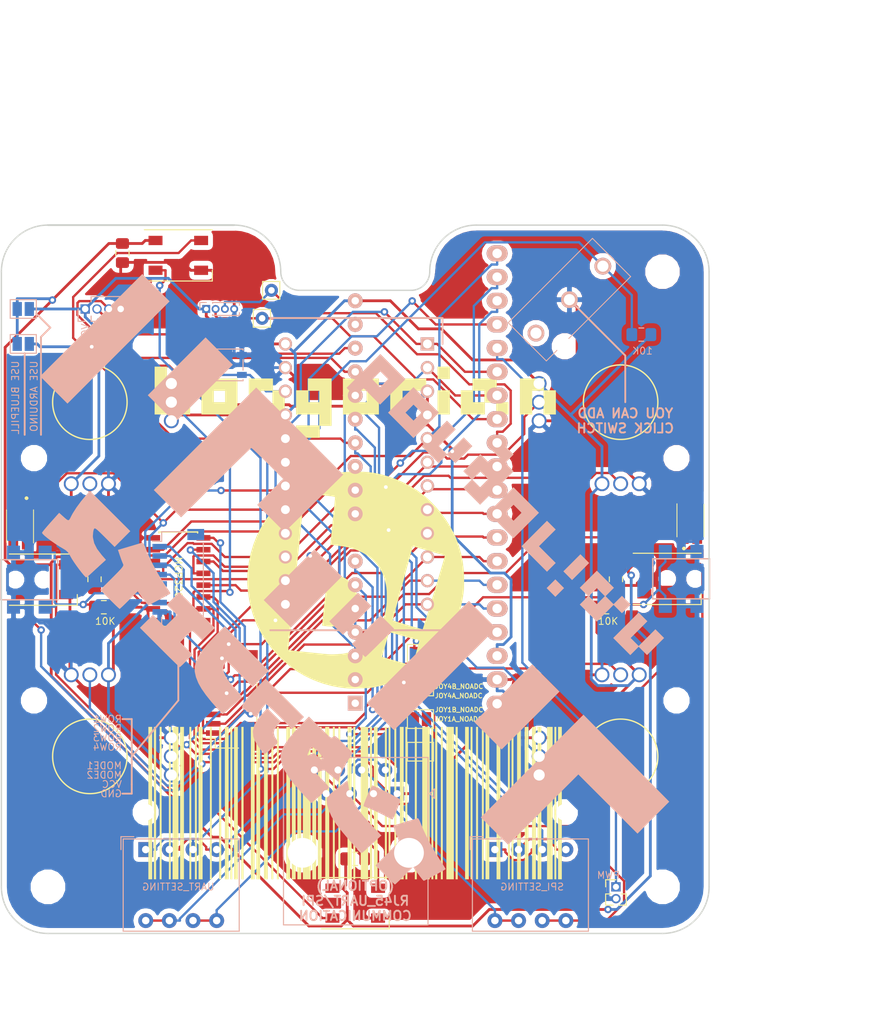
<source format=kicad_pcb>
(kicad_pcb (version 20171130) (host pcbnew "(5.0.0)")
  (layers (0 F.Cu signal hide) (31 B.Cu signal hide) (34 B.Paste user) (35 F.Paste user hide) (36 B.SilkS user) (37 F.SilkS user) (38 B.Mask user) (39 F.Mask user) (44 Edge.Cuts user))
  (net 0 "")
  (net 1 GND)
  (net 2 CS)
  (net 3 row1)
  (net 4 row2)
  (net 5 row3)
  (net 6 row4)
  (net 7 col1)
  (net 8 col2)
  (net 9 col3)
  (net 10 col4)
  (net 11 DIN)
  (net 12 DOUT)
  (net 13 CLK)
  (net 14 VCC)
  (net 15 "Net-(IC1-Pad22)")
  (net 16 JOY1A)
  (net 17 JOY1B)
  (net 18 JOY2B)
  (net 19 JOY2A)
  (net 20 JOY3B)
  (net 21 JOY3A)
  (net 22 JOY4A)
  (net 23 JOY4B)
  (net 24 "Net-(C1-Pad1)")
  (net 25 LED_D1)
  (net 26 "Net-(D1-Pad2)")
  (net 27 "Net-(D2-Pad2)")
  (net 28 "Net-(D3-Pad2)")
  (net 29 enter)
  (net 30 mode2)
  (net 31 mode1)
  (net 32 RX)
  (net 33 TX)
  (net 34 PROMICRO_D-)
  (net 35 PROMICRO_D+)
  (net 36 pin2)
  (net 37 pin3)
  (net 38 pin4)
  (net 39 pin5)
  (net 40 MISO1)
  (net 41 SCK1)
  (net 42 SS1)
  (net 43 SDA)
  (net 44 SCL)
  (net 45 pwm1)
  (net 46 USBVCC)
  (net 47 "Net-(JP3-Pad1)")
  (net 48 "Net-(JP4-Pad1)")
  (net 49 "Net-(JP5-Pad1)")
  (net 50 "Net-(JP6-Pad1)")
  (module doragasu-footprints:joystick_thin (layer F.Cu) (at 109.5 131 90)
    (fp_text reference U4)
    (fp_text value joystick_thin)
    (pad "" np_thru_hole circle (at 6 -6 90) (size 1.8 1.8) (drill 1.8) (layers *.Cu *.Mask))
    (pad "" np_thru_hole circle (at -6 6 90) (size 1.8 1.8) (drill 1.8) (layers *.Cu *.Mask))
    (pad 6 thru_hole circle (at 8.75 2 90) (size 1.6 1.6) (drill 1.2) (layers *.Cu *.Mask) (net 14 VCC))
    (pad 5 thru_hole circle (at 8.75 0 90) (size 1.6 1.6) (drill 1.2) (layers *.Cu *.Mask) (net 23 JOY4B))
    (pad 4 thru_hole circle (at 8.75 -2 90) (size 1.6 1.6) (drill 1.2) (layers *.Cu *.Mask) (net 1 GND))
    (pad 3 thru_hole circle (at -2 8.75 90) (size 1.6 1.6) (drill 1.2) (layers *.Cu *.Mask) (net 14 VCC))
    (pad 2 thru_hole circle (at 0 8.75 90) (size 1.6 1.6) (drill 1.2) (layers *.Cu *.Mask) (net 22 JOY4A))
    (pad 1 thru_hole circle (at 2 8.75 90) (size 1.6 1.6) (drill 1.2) (layers *.Cu *.Mask) (net 1 GND))
  )
  (module doragasu-footprints:joystick_thin (layer F.Cu) (at 166.5 131 180)
    (fp_text reference U3)
    (fp_text value joystick_thin)
    (pad "" np_thru_hole circle (at 6 -6 180) (size 1.8 1.8) (drill 1.8) (layers *.Cu *.Mask))
    (pad "" np_thru_hole circle (at -6 6 180) (size 1.8 1.8) (drill 1.8) (layers *.Cu *.Mask))
    (pad 6 thru_hole circle (at 8.75 2 180) (size 1.6 1.6) (drill 1.2) (layers *.Cu *.Mask) (net 14 VCC))
    (pad 5 thru_hole circle (at 8.75 0 180) (size 1.6 1.6) (drill 1.2) (layers *.Cu *.Mask) (net 18 JOY2B))
    (pad 4 thru_hole circle (at 8.75 -2 180) (size 1.6 1.6) (drill 1.2) (layers *.Cu *.Mask) (net 1 GND))
    (pad 3 thru_hole circle (at -2 8.75 180) (size 1.6 1.6) (drill 1.2) (layers *.Cu *.Mask) (net 14 VCC))
    (pad 2 thru_hole circle (at 0 8.75 180) (size 1.6 1.6) (drill 1.2) (layers *.Cu *.Mask) (net 19 JOY2A))
    (pad 1 thru_hole circle (at 2 8.75 180) (size 1.6 1.6) (drill 1.2) (layers *.Cu *.Mask) (net 1 GND))
  )
  (module doragasu-footprints:joystick_thin (layer F.Cu) (at 166.5 93 270)
    (fp_text reference U2)
    (fp_text value joystick_thin)
    (pad "" np_thru_hole circle (at 6 -6 270) (size 1.8 1.8) (drill 1.8) (layers *.Cu *.Mask))
    (pad "" np_thru_hole circle (at -6 6 270) (size 1.8 1.8) (drill 1.8) (layers *.Cu *.Mask))
    (pad 6 thru_hole circle (at 8.75 2 270) (size 1.6 1.6) (drill 1.2) (layers *.Cu *.Mask) (net 14 VCC))
    (pad 5 thru_hole circle (at 8.75 0 270) (size 1.6 1.6) (drill 1.2) (layers *.Cu *.Mask) (net 20 JOY3B))
    (pad 4 thru_hole circle (at 8.75 -2 270) (size 1.6 1.6) (drill 1.2) (layers *.Cu *.Mask) (net 1 GND))
    (pad 3 thru_hole circle (at -2 8.75 270) (size 1.6 1.6) (drill 1.2) (layers *.Cu *.Mask) (net 14 VCC))
    (pad 2 thru_hole circle (at 0 8.75 270) (size 1.6 1.6) (drill 1.2) (layers *.Cu *.Mask) (net 21 JOY3A))
    (pad 1 thru_hole circle (at 2 8.75 270) (size 1.6 1.6) (drill 1.2) (layers *.Cu *.Mask) (net 1 GND))
  )
  (module doragasu-footprints:joystick_thin (layer F.Cu) (at 109.5 93)
    (fp_text reference U1)
    (fp_text value joystick_thin)
    (pad "" np_thru_hole circle (at 6 -6) (size 1.8 1.8) (drill 1.8) (layers *.Cu *.Mask))
    (pad "" np_thru_hole circle (at -6 6) (size 1.8 1.8) (drill 1.8) (layers *.Cu *.Mask))
    (pad 6 thru_hole circle (at 8.75 2) (size 1.6 1.6) (drill 1.2) (layers *.Cu *.Mask) (net 14 VCC))
    (pad 5 thru_hole circle (at 8.75 0) (size 1.6 1.6) (drill 1.2) (layers *.Cu *.Mask) (net 17 JOY1B))
    (pad 4 thru_hole circle (at 8.75 -2) (size 1.6 1.6) (drill 1.2) (layers *.Cu *.Mask) (net 1 GND))
    (pad 3 thru_hole circle (at -2 8.75) (size 1.6 1.6) (drill 1.2) (layers *.Cu *.Mask) (net 14 VCC))
    (pad 2 thru_hole circle (at 0 8.75) (size 1.6 1.6) (drill 1.2) (layers *.Cu *.Mask) (net 16 JOY1A))
    (pad 1 thru_hole circle (at 2 8.75) (size 1.6 1.6) (drill 1.2) (layers *.Cu *.Mask) (net 1 GND))
  )
  (module doragasu-footprints:noashi_bluepill2 (layer B.Cu) (at 138 125.25)
    (fp_text reference U6)
    (fp_text value BluePill_STM32F103C)
    (pad 40 thru_hole oval (at 15.24 0.1016 270) (size 1.7272 2.25) (drill 1.016) (layers *.Cu *.Mask B.SilkS) (net 14 VCC))
    (pad 39 thru_hole oval (at 15.24 -2.4892 270) (size 1.7272 2.25) (drill 1.016) (layers *.Cu *.Mask B.SilkS) (net 1 GND))
    (pad 38 thru_hole oval (at 15.24 -5.0292 270) (size 1.7272 2.25) (drill 1.016) (layers *.Cu *.Mask B.SilkS) (net 46 USBVCC))
    (pad 37 thru_hole oval (at 15.24 -7.5692 270) (size 1.7272 2.25) (drill 1.016) (layers *.Cu *.Mask B.SilkS) (net 10 col4))
    (pad 36 thru_hole oval (at 15.24 -10.1092 270) (size 1.7272 2.25) (drill 1.016) (layers *.Cu *.Mask B.SilkS) (net 9 col3))
    (pad 35 thru_hole oval (at 15.24 -12.6492 270) (size 1.7272 2.25) (drill 1.016) (layers *.Cu *.Mask B.SilkS) (net 8 col2))
    (pad 34 thru_hole oval (at 15.24 -15.1892 270) (size 1.7272 2.25) (drill 1.016) (layers *.Cu *.Mask B.SilkS) (net 7 col1))
    (pad 33 thru_hole oval (at 15.24 -17.7292 270) (size 1.7272 2.25) (drill 1.016) (layers *.Cu *.Mask B.SilkS) (net 6 row4))
    (pad 32 thru_hole oval (at 15.24 -20.2692 270) (size 1.7272 2.25) (drill 1.016) (layers *.Cu *.Mask B.SilkS) (net 5 row3))
    (pad 31 thru_hole oval (at 15.24 -22.8092 270) (size 1.7272 2.25) (drill 1.016) (layers *.Cu *.Mask B.SilkS) (net 4 row2))
    (pad 30 thru_hole oval (at 15.24 -25.3492 270) (size 1.7272 2.25) (drill 1.016) (layers *.Cu *.Mask B.SilkS) (net 3 row1))
    (pad 29 thru_hole oval (at 15.24 -27.8892 270) (size 1.7272 2.25) (drill 1.016) (layers *.Cu *.Mask B.SilkS) (net 35 PROMICRO_D+))
    (pad 28 thru_hole oval (at 15.24 -30.4292 270) (size 1.7272 2.25) (drill 1.016) (layers *.Cu *.Mask B.SilkS) (net 34 PROMICRO_D-))
    (pad 27 thru_hole oval (at 15.24 -32.9692 270) (size 1.7272 2.25) (drill 1.016) (layers *.Cu *.Mask B.SilkS) (net 32 RX))
    (pad 26 thru_hole oval (at 15.24 -35.5092 270) (size 1.7272 2.25) (drill 1.016) (layers *.Cu *.Mask B.SilkS) (net 33 TX))
    (pad 25 thru_hole oval (at 15.24 -38.0492 270) (size 1.7272 2.25) (drill 1.016) (layers *.Cu *.Mask B.SilkS) (net 45 pwm1))
    (pad 24 thru_hole oval (at 15.24 -40.5892 270) (size 1.7272 2.25) (drill 1.016) (layers *.Cu *.Mask B.SilkS) (net 11 DIN))
    (pad 23 thru_hole oval (at 15.24 -43.1292 270) (size 1.7272 2.25) (drill 1.016) (layers *.Cu *.Mask B.SilkS) (net 12 DOUT))
    (pad 22 thru_hole oval (at 15.24 -45.6692 270) (size 1.7272 2.25) (drill 1.016) (layers *.Cu *.Mask B.SilkS) (net 13 CLK))
    (pad 21 thru_hole oval (at 15.24 -48.2092 270) (size 1.7272 2.25) (drill 1.016) (layers *.Cu *.Mask B.SilkS) (net 2 CS))
    (pad 18 thru_hole oval (at 0 -43.1292 90) (size 1.6 1.6) (drill 0.8) (layers *.Cu *.Mask B.SilkS) (net 14 VCC))
    (pad 17 thru_hole oval (at 0 -40.5892 90) (size 1.6 1.6) (drill 0.8) (layers *.Cu *.Mask B.SilkS))
    (pad 16 thru_hole oval (at 0 -38.0492 90) (size 1.6 1.6) (drill 0.8) (layers *.Cu *.Mask B.SilkS) (net 43 SDA))
    (pad 15 thru_hole oval (at 0 -35.5092 90) (size 1.6 1.6) (drill 0.8) (layers *.Cu *.Mask B.SilkS) (net 44 SCL))
    (pad 14 thru_hole oval (at 0 -32.9692 90) (size 1.6 1.6) (drill 0.8) (layers *.Cu *.Mask B.SilkS) (net 47 "Net-(JP3-Pad1)"))
    (pad 13 thru_hole oval (at 0 -30.4292 90) (size 1.6 1.6) (drill 0.8) (layers *.Cu *.Mask B.SilkS) (net 48 "Net-(JP4-Pad1)"))
    (pad 12 thru_hole oval (at 0 -27.8892 90) (size 1.6 1.6) (drill 0.8) (layers *.Cu *.Mask B.SilkS) (net 25 LED_D1))
    (pad 11 thru_hole oval (at 0 -25.3492 90) (size 1.6 1.6) (drill 0.8) (layers *.Cu *.Mask B.SilkS) (net 40 MISO1))
    (pad 10 thru_hole oval (at 0 -22.8092 90) (size 1.6 1.6) (drill 0.8) (layers *.Cu *.Mask B.SilkS) (net 41 SCK1))
    (pad 9 thru_hole oval (at 0 -20.2692 90) (size 1.6 1.6) (drill 0.8) (layers *.Cu *.Mask B.SilkS) (net 42 SS1))
    (pad 7 thru_hole oval (at 0 -15.1892 90) (size 1.6 1.6) (drill 0.8) (layers *.Cu *.Mask B.SilkS) (net 49 "Net-(JP5-Pad1)"))
    (pad 6 thru_hole oval (at 0 -12.6492 90) (size 1.6 1.6) (drill 0.8) (layers *.Cu *.Mask B.SilkS) (net 50 "Net-(JP6-Pad1)"))
    (pad 5 thru_hole oval (at 0 -10.1092 90) (size 1.6 1.6) (drill 0.8) (layers *.Cu *.Mask B.SilkS) (net 29 enter))
    (pad 4 thru_hole oval (at 0 -7.5692 90) (size 1.6 1.6) (drill 0.8) (layers *.Cu *.Mask B.SilkS) (net 30 mode2))
    (pad 3 thru_hole oval (at 0 -5.0292 90) (size 1.6 1.6) (drill 0.8) (layers *.Cu *.Mask B.SilkS) (net 31 mode1))
    (pad 2 thru_hole oval (at 0 -2.4892 90) (size 1.6 1.6) (drill 0.8) (layers *.Cu *.Mask B.SilkS))
    (pad 1 thru_hole rect (at 0 0.0508 90) (size 1.6 1.6) (drill 0.8) (layers *.Cu *.Mask B.SilkS))
  )
  (module Button_Switch_THT:SW_DIP_SPSTx04_Slide_9.78x12.34mm_W7.62mm_P2.54mm (layer B.Cu) (at 153 141 270)
    (fp_text reference SW6)
    (fp_text value SW_DIP_x04)
    (pad 8 thru_hole oval (at 7.62 0 270) (size 1.6 1.6) (drill 0.8) (layers *.Cu *.Mask) (net 38 pin4))
    (pad 4 thru_hole oval (at 0 -7.62 270) (size 1.6 1.6) (drill 0.8) (layers *.Cu *.Mask) (net 40 MISO1))
    (pad 7 thru_hole oval (at 7.62 -2.54 270) (size 1.6 1.6) (drill 0.8) (layers *.Cu *.Mask) (net 38 pin4))
    (pad 3 thru_hole oval (at 0 -5.08 270) (size 1.6 1.6) (drill 0.8) (layers *.Cu *.Mask) (net 25 LED_D1))
    (pad 6 thru_hole oval (at 7.62 -5.08 270) (size 1.6 1.6) (drill 0.8) (layers *.Cu *.Mask) (net 39 pin5))
    (pad 2 thru_hole oval (at 0 -2.54 270) (size 1.6 1.6) (drill 0.8) (layers *.Cu *.Mask) (net 40 MISO1))
    (pad 5 thru_hole oval (at 7.62 -7.62 270) (size 1.6 1.6) (drill 0.8) (layers *.Cu *.Mask) (net 39 pin5))
    (pad 1 thru_hole rect (at 0 0 270) (size 1.6 1.6) (drill 0.8) (layers *.Cu *.Mask) (net 25 LED_D1))
  )
  (module Button_Switch_THT:SW_DIP_SPSTx04_Slide_9.78x12.34mm_W7.62mm_P2.54mm (layer B.Cu) (at 115.5 141 270)
    (fp_text reference SW5)
    (fp_text value SW_DIP_x04)
    (pad 1 thru_hole rect (at 0 0 270) (size 1.6 1.6) (drill 0.8) (layers *.Cu *.Mask) (net 33 TX))
    (pad 5 thru_hole oval (at 7.62 -7.62 270) (size 1.6 1.6) (drill 0.8) (layers *.Cu *.Mask) (net 37 pin3))
    (pad 2 thru_hole oval (at 0 -2.54 270) (size 1.6 1.6) (drill 0.8) (layers *.Cu *.Mask) (net 32 RX))
    (pad 6 thru_hole oval (at 7.62 -5.08 270) (size 1.6 1.6) (drill 0.8) (layers *.Cu *.Mask) (net 37 pin3))
    (pad 3 thru_hole oval (at 0 -5.08 270) (size 1.6 1.6) (drill 0.8) (layers *.Cu *.Mask) (net 33 TX))
    (pad 7 thru_hole oval (at 7.62 -2.54 270) (size 1.6 1.6) (drill 0.8) (layers *.Cu *.Mask) (net 36 pin2))
    (pad 4 thru_hole oval (at 0 -7.62 270) (size 1.6 1.6) (drill 0.8) (layers *.Cu *.Mask) (net 32 RX))
    (pad 8 thru_hole oval (at 7.62 0 270) (size 1.6 1.6) (drill 0.8) (layers *.Cu *.Mask) (net 36 pin2))
  )
  (module MountingHole:MountingHole_2.7mm_M2.5 (layer F.Cu) (at 105 79)
    (fp_text reference MH1)
    (fp_text value MountingHole)
    (pad 1 np_thru_hole circle (at 0 0) (size 2.7 2.7) (drill 2.7) (layers *.Cu *.Mask))
  )
  (module MountingHole:MountingHole_2.7mm_M2.5 (layer F.Cu) (at 171 79)
    (fp_text reference MH2)
    (fp_text value MountingHole)
    (pad 1 np_thru_hole circle (at 0 0) (size 2.7 2.7) (drill 2.7) (layers *.Cu *.Mask))
  )
  (module MountingHole:MountingHole_2.7mm_M2.5 (layer F.Cu) (at 105 145)
    (fp_text reference MH3)
    (fp_text value MountingHole)
    (pad 1 np_thru_hole circle (at 0 0) (size 2.7 2.7) (drill 2.7) (layers *.Cu *.Mask))
  )
  (module MountingHole:MountingHole_2.7mm_M2.5 (layer F.Cu) (at 171 145)
    (fp_text reference MH4)
    (fp_text value MountingHole)
    (pad 1 np_thru_hole circle (at 0 0) (size 2.7 2.7) (drill 2.7) (layers *.Cu *.Mask))
  )
  (module SamacSys_Parts:DIPS1525W55P254L3325H1250Q24N (layer B.Cu) (at 145.75 86.75 180)
    (fp_text reference IC1)
    (fp_text value "Pro Micro" hide)
    (pad 24 thru_hole circle (at 15.25 0 90) (size 1.425 1.425) (drill 0.95) (layers *.Cu *.Mask B.SilkS) (net 14 VCC))
    (pad 23 thru_hole circle (at 15.25 -2.54 90) (size 1.425 1.425) (drill 0.95) (layers *.Cu *.Mask B.SilkS) (net 1 GND))
    (pad 22 thru_hole circle (at 15.25 -5.08 90) (size 1.425 1.425) (drill 0.95) (layers *.Cu *.Mask B.SilkS) (net 15 "Net-(IC1-Pad22)"))
    (pad 21 thru_hole circle (at 15.25 -7.62 90) (size 1.425 1.425) (drill 0.95) (layers *.Cu *.Mask B.SilkS) (net 14 VCC))
    (pad 20 thru_hole circle (at 15.25 -10.16 90) (size 1.425 1.425) (drill 0.95) (layers *.Cu *.Mask B.SilkS) (net 25 LED_D1))
    (pad 19 thru_hole circle (at 15.25 -12.7 90) (size 1.425 1.425) (drill 0.95) (layers *.Cu *.Mask B.SilkS) (net 29 enter))
    (pad 18 thru_hole circle (at 15.25 -15.24 90) (size 1.425 1.425) (drill 0.95) (layers *.Cu *.Mask B.SilkS) (net 30 mode2))
    (pad 17 thru_hole circle (at 15.25 -17.78 90) (size 1.425 1.425) (drill 0.95) (layers *.Cu *.Mask B.SilkS) (net 31 mode1))
    (pad 16 thru_hole circle (at 15.25 -20.32 90) (size 1.425 1.425) (drill 0.95) (layers *.Cu *.Mask B.SilkS) (net 13 CLK))
    (pad 15 thru_hole circle (at 15.25 -22.86 90) (size 1.425 1.425) (drill 0.95) (layers *.Cu *.Mask B.SilkS) (net 12 DOUT))
    (pad 14 thru_hole circle (at 15.25 -25.4 90) (size 1.425 1.425) (drill 0.95) (layers *.Cu *.Mask B.SilkS) (net 11 DIN))
    (pad 13 thru_hole circle (at 15.25 -27.94 90) (size 1.425 1.425) (drill 0.95) (layers *.Cu *.Mask B.SilkS) (net 10 col4))
    (pad 12 thru_hole circle (at 0 -27.94 90) (size 1.425 1.425) (drill 0.95) (layers *.Cu *.Mask B.SilkS) (net 9 col3))
    (pad 11 thru_hole circle (at 0 -25.4 90) (size 1.425 1.425) (drill 0.95) (layers *.Cu *.Mask B.SilkS) (net 8 col2))
    (pad 10 thru_hole circle (at 0 -22.86 90) (size 1.425 1.425) (drill 0.95) (layers *.Cu *.Mask B.SilkS) (net 7 col1))
    (pad 9 thru_hole circle (at 0 -20.32 90) (size 1.425 1.425) (drill 0.95) (layers *.Cu *.Mask B.SilkS) (net 6 row4))
    (pad 8 thru_hole circle (at 0 -17.78 90) (size 1.425 1.425) (drill 0.95) (layers *.Cu *.Mask B.SilkS) (net 5 row3))
    (pad 7 thru_hole circle (at 0 -15.24 90) (size 1.425 1.425) (drill 0.95) (layers *.Cu *.Mask B.SilkS) (net 4 row2))
    (pad 6 thru_hole circle (at 0 -12.7 90) (size 1.425 1.425) (drill 0.95) (layers *.Cu *.Mask B.SilkS) (net 3 row1))
    (pad 5 thru_hole circle (at 0 -10.16 90) (size 1.425 1.425) (drill 0.95) (layers *.Cu *.Mask B.SilkS) (net 2 CS))
    (pad 4 thru_hole circle (at 0 -7.62 90) (size 1.425 1.425) (drill 0.95) (layers *.Cu *.Mask B.SilkS) (net 1 GND))
    (pad 3 thru_hole circle (at 0 -5.08 90) (size 1.425 1.425) (drill 0.95) (layers *.Cu *.Mask B.SilkS) (net 1 GND))
    (pad 2 thru_hole circle (at 0 -2.54 90) (size 1.425 1.425) (drill 0.95) (layers *.Cu *.Mask B.SilkS) (net 32 RX))
    (pad 1 thru_hole rect (at 0 0 90) (size 1.425 1.425) (drill 0.95) (layers *.Cu *.Mask B.SilkS) (net 33 TX))
  )
  (module Resistor_SMD:R_0805_2012Metric_Pad1.15x1.40mm_HandSolder (layer F.Cu) (at 164.975 115)
    (fp_text reference R1)
    (fp_text value 10k)
    (pad 2 smd roundrect (at 1.025 0) (size 1.15 1.4) (layers F.Cu F.Paste F.Mask) (roundrect_rratio 0.217391) (net 31 mode1))
    (pad 1 smd roundrect (at -1.025 0) (size 1.15 1.4) (layers F.Cu F.Paste F.Mask) (roundrect_rratio 0.217391) (net 14 VCC))
  )
  (module Resistor_SMD:R_0805_2012Metric_Pad1.15x1.40mm_HandSolder (layer F.Cu) (at 111 115 180)
    (fp_text reference R2)
    (fp_text value 10k)
    (pad 1 smd roundrect (at -1.025 0 180) (size 1.15 1.4) (layers F.Cu F.Paste F.Mask) (roundrect_rratio 0.217391) (net 14 VCC))
    (pad 2 smd roundrect (at 1.025 0 180) (size 1.15 1.4) (layers F.Cu F.Paste F.Mask) (roundrect_rratio 0.217391) (net 30 mode2))
  )
  (module SamacSys_Parts:EVQP7J01P (layer F.Cu) (at 102 106 270)
    (fp_text reference S1)
    (fp_text value EVQ-P7J01P hide)
    (pad 4 smd rect (at 2.1 0.725) (size 1.05 1.4) (layers F.Cu F.Paste F.Mask) (net 1 GND))
    (pad 3 smd rect (at -1.5 0.725) (size 1.05 1.4) (layers F.Cu F.Paste F.Mask) (net 1 GND))
    (pad 2 smd rect (at 2.1 -0.725) (size 1.05 1.4) (layers F.Cu F.Paste F.Mask) (net 31 mode1))
    (pad 1 smd rect (at -1.5 -0.725) (size 1.05 1.4) (layers F.Cu F.Paste F.Mask) (net 31 mode1))
  )
  (module SamacSys_Parts:EVQP7J01P (layer F.Cu) (at 174 106 90)
    (fp_text reference S2)
    (fp_text value EVQ-P7J01P hide)
    (pad 1 smd rect (at -1.5 -0.725 180) (size 1.05 1.4) (layers F.Cu F.Paste F.Mask) (net 30 mode2))
    (pad 2 smd rect (at 2.1 -0.725 180) (size 1.05 1.4) (layers F.Cu F.Paste F.Mask) (net 30 mode2))
    (pad 3 smd rect (at -1.5 0.725 180) (size 1.05 1.4) (layers F.Cu F.Paste F.Mask) (net 1 GND))
    (pad 4 smd rect (at 2.1 0.725 180) (size 1.05 1.4) (layers F.Cu F.Paste F.Mask) (net 1 GND))
  )
  (module Button_Switch_SMD:SW_SPST_PTS810 (layer B.Cu) (at 123.75 89)
    (fp_text reference SW1)
    (fp_text value firmware_sw)
    (pad 1 smd rect (at -2.075 1.075) (size 1.05 0.65) (layers B.Cu B.Paste B.Mask) (net 15 "Net-(IC1-Pad22)"))
    (pad 1 smd rect (at 2.075 1.075) (size 1.05 0.65) (layers B.Cu B.Paste B.Mask) (net 15 "Net-(IC1-Pad22)"))
    (pad 2 smd rect (at -2.075 -1.075) (size 1.05 0.65) (layers B.Cu B.Paste B.Mask) (net 1 GND))
    (pad 2 smd rect (at 2.075 -1.075) (size 1.05 0.65) (layers B.Cu B.Paste B.Mask) (net 1 GND))
  )
  (module doragasu-footprints:horizonal_tact (layer B.Cu) (at 173 112 90)
    (fp_text reference SW2)
    (fp_text value mode1)
    (pad "" np_thru_hole circle (at 0.041183 1.499635 180) (size 0.9 0.9) (drill 0.9) (layers *.Cu *.Mask))
    (pad "" np_thru_hole circle (at 0.041183 -1.500365 180) (size 0.9 0.9) (drill 0.9) (layers *.Cu *.Mask))
    (pad 2 smd rect (at -2.858817 1.699635 180) (size 1.4 1.5) (layers B.Cu B.Paste B.Mask) (net 1 GND))
    (pad 1 smd rect (at -2.858817 -1.700365 180) (size 1.4 1.5) (layers B.Cu B.Paste B.Mask) (net 31 mode1))
    (pad 4 smd rect (at 2.941183 1.699635 180) (size 1.4 1.5) (layers B.Cu B.Paste B.Mask) (net 1 GND))
    (pad 3 smd rect (at 2.941183 -1.700365 180) (size 1.4 1.5) (layers B.Cu B.Paste B.Mask) (net 31 mode1))
  )
  (module doragasu-footprints:horizonal_tact (layer B.Cu) (at 103 112 270)
    (fp_text reference SW3)
    (fp_text value mode2)
    (pad 3 smd rect (at 2.941183 -1.700365) (size 1.4 1.5) (layers B.Cu B.Paste B.Mask) (net 30 mode2))
    (pad 4 smd rect (at 2.941183 1.699635) (size 1.4 1.5) (layers B.Cu B.Paste B.Mask) (net 1 GND))
    (pad 1 smd rect (at -2.858817 -1.700365) (size 1.4 1.5) (layers B.Cu B.Paste B.Mask) (net 30 mode2))
    (pad 2 smd rect (at -2.858817 1.699635) (size 1.4 1.5) (layers B.Cu B.Paste B.Mask) (net 1 GND))
    (pad "" np_thru_hole circle (at 0.041183 -1.500365) (size 0.9 0.9) (drill 0.9) (layers *.Cu *.Mask))
    (pad "" np_thru_hole circle (at 0.041183 1.499635) (size 0.9 0.9) (drill 0.9) (layers *.Cu *.Mask))
  )
  (module Package_SO:SOIC-16_3.9x9.9mm_P1.27mm (layer F.Cu) (at 119 112 180)
    (fp_text reference U5)
    (fp_text value MCP3208)
    (pad 1 smd rect (at -2.7 -4.445 180) (size 1.5 0.6) (layers F.Cu F.Paste F.Mask) (net 16 JOY1A))
    (pad 2 smd rect (at -2.7 -3.175 180) (size 1.5 0.6) (layers F.Cu F.Paste F.Mask) (net 17 JOY1B))
    (pad 3 smd rect (at -2.7 -1.905 180) (size 1.5 0.6) (layers F.Cu F.Paste F.Mask) (net 19 JOY2A))
    (pad 4 smd rect (at -2.7 -0.635 180) (size 1.5 0.6) (layers F.Cu F.Paste F.Mask) (net 18 JOY2B))
    (pad 5 smd rect (at -2.7 0.635 180) (size 1.5 0.6) (layers F.Cu F.Paste F.Mask) (net 21 JOY3A))
    (pad 6 smd rect (at -2.7 1.905 180) (size 1.5 0.6) (layers F.Cu F.Paste F.Mask) (net 20 JOY3B))
    (pad 7 smd rect (at -2.7 3.175 180) (size 1.5 0.6) (layers F.Cu F.Paste F.Mask) (net 22 JOY4A))
    (pad 8 smd rect (at -2.7 4.445 180) (size 1.5 0.6) (layers F.Cu F.Paste F.Mask) (net 23 JOY4B))
    (pad 9 smd rect (at 2.7 4.445 180) (size 1.5 0.6) (layers F.Cu F.Paste F.Mask) (net 1 GND))
    (pad 10 smd rect (at 2.7 3.175 180) (size 1.5 0.6) (layers F.Cu F.Paste F.Mask) (net 2 CS))
    (pad 11 smd rect (at 2.7 1.905 180) (size 1.5 0.6) (layers F.Cu F.Paste F.Mask) (net 11 DIN))
    (pad 12 smd rect (at 2.7 0.635 180) (size 1.5 0.6) (layers F.Cu F.Paste F.Mask) (net 12 DOUT))
    (pad 13 smd rect (at 2.7 -0.635 180) (size 1.5 0.6) (layers F.Cu F.Paste F.Mask) (net 13 CLK))
    (pad 14 smd rect (at 2.7 -1.905 180) (size 1.5 0.6) (layers F.Cu F.Paste F.Mask) (net 1 GND))
    (pad 15 smd rect (at 2.7 -3.175 180) (size 1.5 0.6) (layers F.Cu F.Paste F.Mask) (net 14 VCC))
    (pad 16 smd rect (at 2.7 -4.445 180) (size 1.5 0.6) (layers F.Cu F.Paste F.Mask) (net 14 VCC))
  )
  (module Capacitor_SMD:C_0805_2012Metric_Pad1.15x1.40mm_HandSolder (layer F.Cu) (at 113 77 270)
    (fp_text reference C1)
    (fp_text value C)
    (pad 2 smd roundrect (at 1.025 0 270) (size 1.15 1.4) (layers F.Cu F.Paste F.Mask) (roundrect_rratio 0.217391) (net 1 GND))
    (pad 1 smd roundrect (at -1.025 0 270) (size 1.15 1.4) (layers F.Cu F.Paste F.Mask) (roundrect_rratio 0.217391) (net 24 "Net-(C1-Pad1)"))
  )
  (module Capacitor_SMD:C_0805_2012Metric_Pad1.15x1.40mm_HandSolder (layer F.Cu) (at 138 142)
    (fp_text reference C2)
    (fp_text value C)
    (pad 1 smd roundrect (at -1.025 0) (size 1.15 1.4) (layers F.Cu F.Paste F.Mask) (roundrect_rratio 0.217391) (net 24 "Net-(C1-Pad1)"))
    (pad 2 smd roundrect (at 1.025 0) (size 1.15 1.4) (layers F.Cu F.Paste F.Mask) (roundrect_rratio 0.217391) (net 1 GND))
  )
  (module Capacitor_SMD:C_0805_2012Metric_Pad1.15x1.40mm_HandSolder (layer F.Cu) (at 110 112 270)
    (fp_text reference C3)
    (fp_text value C)
    (pad 2 smd roundrect (at 1.025 0 270) (size 1.15 1.4) (layers F.Cu F.Paste F.Mask) (roundrect_rratio 0.217391) (net 1 GND))
    (pad 1 smd roundrect (at -1.025 0 270) (size 1.15 1.4) (layers F.Cu F.Paste F.Mask) (roundrect_rratio 0.217391) (net 24 "Net-(C1-Pad1)"))
  )
  (module Capacitor_SMD:C_0805_2012Metric_Pad1.15x1.40mm_HandSolder (layer F.Cu) (at 166 112 270)
    (fp_text reference C4)
    (fp_text value C)
    (pad 1 smd roundrect (at -1.025 0 270) (size 1.15 1.4) (layers F.Cu F.Paste F.Mask) (roundrect_rratio 0.217391) (net 24 "Net-(C1-Pad1)"))
    (pad 2 smd roundrect (at 1.025 0 270) (size 1.15 1.4) (layers F.Cu F.Paste F.Mask) (roundrect_rratio 0.217391) (net 1 GND))
  )
  (module LED_SMD:LED_WS2812B_PLCC4_5.0x5.0mm_P3.2mm (layer F.Cu) (at 119 77.25)
    (fp_text reference D1)
    (fp_text value WS2812B)
    (pad 3 smd rect (at 2.45 1.6) (size 1.5 1) (layers F.Cu F.Paste F.Mask) (net 1 GND))
    (pad 4 smd rect (at 2.45 -1.6) (size 1.5 1) (layers F.Cu F.Paste F.Mask) (net 25 LED_D1))
    (pad 2 smd rect (at -2.45 1.6) (size 1.5 1) (layers F.Cu F.Paste F.Mask) (net 26 "Net-(D1-Pad2)"))
    (pad 1 smd rect (at -2.45 -1.6) (size 1.5 1) (layers F.Cu F.Paste F.Mask) (net 24 "Net-(C1-Pad1)"))
  )
  (module LED_SMD:LED_WS2812B_PLCC4_5.0x5.0mm_P3.2mm (layer F.Cu) (at 138 146.75)
    (fp_text reference D2)
    (fp_text value WS2812B)
    (pad 1 smd rect (at -2.45 -1.6) (size 1.5 1) (layers F.Cu F.Paste F.Mask) (net 24 "Net-(C1-Pad1)"))
    (pad 2 smd rect (at -2.45 1.6) (size 1.5 1) (layers F.Cu F.Paste F.Mask) (net 27 "Net-(D2-Pad2)"))
    (pad 4 smd rect (at 2.45 -1.6) (size 1.5 1) (layers F.Cu F.Paste F.Mask) (net 26 "Net-(D1-Pad2)"))
    (pad 3 smd rect (at 2.45 1.6) (size 1.5 1) (layers F.Cu F.Paste F.Mask) (net 1 GND))
  )
  (module LED_SMD:LED_WS2812B_PLCC4_5.0x5.0mm_P3.2mm (layer F.Cu) (at 104.5 112.041)
    (fp_text reference D3)
    (fp_text value WS2812B)
    (pad 3 smd rect (at 2.45 1.6) (size 1.5 1) (layers F.Cu F.Paste F.Mask) (net 1 GND))
    (pad 4 smd rect (at 2.45 -1.6) (size 1.5 1) (layers F.Cu F.Paste F.Mask) (net 27 "Net-(D2-Pad2)"))
    (pad 2 smd rect (at -2.45 1.6) (size 1.5 1) (layers F.Cu F.Paste F.Mask) (net 28 "Net-(D3-Pad2)"))
    (pad 1 smd rect (at -2.45 -1.6) (size 1.5 1) (layers F.Cu F.Paste F.Mask) (net 24 "Net-(C1-Pad1)"))
  )
  (module LED_SMD:LED_WS2812B_PLCC4_5.0x5.0mm_P3.2mm (layer F.Cu) (at 171.5 111.959)
    (fp_text reference D4)
    (fp_text value WS2812B)
    (pad 1 smd rect (at -2.45 -1.6) (size 1.5 1) (layers F.Cu F.Paste F.Mask) (net 24 "Net-(C1-Pad1)"))
    (pad 2 smd rect (at -2.45 1.6) (size 1.5 1) (layers F.Cu F.Paste F.Mask))
    (pad 4 smd rect (at 2.45 -1.6) (size 1.5 1) (layers F.Cu F.Paste F.Mask) (net 28 "Net-(D3-Pad2)"))
    (pad 3 smd rect (at 2.45 1.6) (size 1.5 1) (layers F.Cu F.Paste F.Mask) (net 1 GND))
  )
  (module Connector_JST:JST_SH_SM08B-SRSS-TB_1x08-1MP_P1.00mm_Horizontal (layer F.Cu) (at 124.75 125 90)
    (fp_text reference J2)
    (fp_text value from_front)
    (pad MP smd rect (at 4.8 1.875 90) (size 1.2 1.8) (layers F.Cu F.Paste F.Mask))
    (pad MP smd rect (at -4.8 1.875 90) (size 1.2 1.8) (layers F.Cu F.Paste F.Mask))
    (pad 8 smd rect (at 3.5 -2 90) (size 0.6 1.55) (layers F.Cu F.Paste F.Mask) (net 3 row1))
    (pad 7 smd rect (at 2.5 -2 90) (size 0.6 1.55) (layers F.Cu F.Paste F.Mask) (net 4 row2))
    (pad 6 smd rect (at 1.5 -2 90) (size 0.6 1.55) (layers F.Cu F.Paste F.Mask) (net 5 row3))
    (pad 5 smd rect (at 0.5 -2 90) (size 0.6 1.55) (layers F.Cu F.Paste F.Mask) (net 6 row4))
    (pad 4 smd rect (at -0.5 -2 90) (size 0.6 1.55) (layers F.Cu F.Paste F.Mask) (net 7 col1))
    (pad 3 smd rect (at -1.5 -2 90) (size 0.6 1.55) (layers F.Cu F.Paste F.Mask) (net 8 col2))
    (pad 2 smd rect (at -2.5 -2 90) (size 0.6 1.55) (layers F.Cu F.Paste F.Mask) (net 9 col3))
    (pad 1 smd rect (at -3.5 -2 90) (size 0.6 1.55) (layers F.Cu F.Paste F.Mask) (net 10 col4))
  )
  (module Connector_JST:JST_SH_SM08B-SRSS-TB_1x08-1MP_P1.00mm_Horizontal (layer B.Cu) (at 119 112 270)
    (fp_text reference J3)
    (fp_text value to_back)
    (pad 1 smd rect (at -3.5 2 270) (size 0.6 1.55) (layers B.Cu B.Paste B.Mask) (net 3 row1))
    (pad 2 smd rect (at -2.5 2 270) (size 0.6 1.55) (layers B.Cu B.Paste B.Mask) (net 4 row2))
    (pad 3 smd rect (at -1.5 2 270) (size 0.6 1.55) (layers B.Cu B.Paste B.Mask) (net 5 row3))
    (pad 4 smd rect (at -0.5 2 270) (size 0.6 1.55) (layers B.Cu B.Paste B.Mask) (net 6 row4))
    (pad 5 smd rect (at 0.5 2 270) (size 0.6 1.55) (layers B.Cu B.Paste B.Mask) (net 31 mode1))
    (pad 6 smd rect (at 1.5 2 270) (size 0.6 1.55) (layers B.Cu B.Paste B.Mask) (net 30 mode2))
    (pad 7 smd rect (at 2.5 2 270) (size 0.6 1.55) (layers B.Cu B.Paste B.Mask) (net 14 VCC))
    (pad 8 smd rect (at 3.5 2 270) (size 0.6 1.55) (layers B.Cu B.Paste B.Mask) (net 1 GND))
    (pad MP smd rect (at -4.8 -1.875 270) (size 1.2 1.8) (layers B.Cu B.Paste B.Mask))
    (pad MP smd rect (at 4.8 -1.875 270) (size 1.2 1.8) (layers B.Cu B.Paste B.Mask))
  )
  (module Connector_RJ:RJ45_Amphenol_54602-x08_Horizontal (layer B.Cu) (at 142.5 135 180)
    (fp_text reference J4)
    (fp_text value Conn_01x08_Female)
    (pad "" np_thru_hole circle (at 10.16 -6.35 180) (size 3.2 3.2) (drill 3.2) (layers *.Cu *.Mask))
    (pad "" np_thru_hole circle (at -1.27 -6.35 180) (size 3.2 3.2) (drill 3.2) (layers *.Cu *.Mask))
    (pad 1 thru_hole rect (at 0 0 180) (size 1.5 1.5) (drill 0.76) (layers *.Cu *.Mask) (net 14 VCC))
    (pad 2 thru_hole circle (at 1.27 2.54 180) (size 1.5 1.5) (drill 0.76) (layers *.Cu *.Mask) (net 36 pin2))
    (pad 3 thru_hole circle (at 2.54 0 180) (size 1.5 1.5) (drill 0.76) (layers *.Cu *.Mask) (net 37 pin3))
    (pad 4 thru_hole circle (at 3.81 2.54 180) (size 1.5 1.5) (drill 0.76) (layers *.Cu *.Mask) (net 38 pin4))
    (pad 5 thru_hole circle (at 5.08 0 180) (size 1.5 1.5) (drill 0.76) (layers *.Cu *.Mask) (net 39 pin5))
    (pad 6 thru_hole circle (at 6.35 2.54 180) (size 1.5 1.5) (drill 0.76) (layers *.Cu *.Mask) (net 41 SCK1))
    (pad 7 thru_hole circle (at 7.62 0 180) (size 1.5 1.5) (drill 0.76) (layers *.Cu *.Mask) (net 42 SS1))
    (pad 8 thru_hole circle (at 8.89 2.54 180) (size 1.5 1.5) (drill 0.76) (layers *.Cu *.Mask) (net 1 GND))
  )
  (module Jumper:SolderJumper-2_P1.3mm_Open_Pad1.0x1.5mm (layer B.Cu) (at 102.35 83 180)
    (fp_text reference JP1)
    (fp_text value ARDUINO)
    (pad 1 smd rect (at -0.65 0 180) (size 1 1.5) (layers B.Cu B.Mask) (net 14 VCC))
    (pad 2 smd rect (at 0.65 0 180) (size 1 1.5) (layers B.Cu B.Mask) (net 24 "Net-(C1-Pad1)"))
  )
  (module Jumper:SolderJumper-2_P1.3mm_Open_Pad1.0x1.5mm (layer B.Cu) (at 102.35 86.75 180)
    (fp_text reference JP2)
    (fp_text value BLUEPILL)
    (pad 2 smd rect (at 0.65 0 180) (size 1 1.5) (layers B.Cu B.Mask) (net 24 "Net-(C1-Pad1)"))
    (pad 1 smd rect (at -0.65 0 180) (size 1 1.5) (layers B.Cu B.Mask) (net 46 USBVCC))
  )
  (module Jumper:SolderJumper-2_P1.3mm_Open_Pad1.0x1.5mm (layer F.Cu) (at 145 120)
    (fp_text reference JP3)
    (fp_text value Jumper_NO_Small)
    (pad 2 smd rect (at 0.65 0) (size 1 1.5) (layers F.Cu F.Mask) (net 23 JOY4B))
    (pad 1 smd rect (at -0.65 0) (size 1 1.5) (layers F.Cu F.Mask) (net 47 "Net-(JP3-Pad1)"))
  )
  (module Jumper:SolderJumper-2_P1.3mm_Open_Pad1.0x1.5mm (layer F.Cu) (at 145 123.5)
    (fp_text reference JP4)
    (fp_text value Jumper_NO_Small)
    (pad 1 smd rect (at -0.65 0) (size 1 1.5) (layers F.Cu F.Mask) (net 48 "Net-(JP4-Pad1)"))
    (pad 2 smd rect (at 0.65 0) (size 1 1.5) (layers F.Cu F.Mask) (net 22 JOY4A))
  )
  (module Jumper:SolderJumper-2_P1.3mm_Open_Pad1.0x1.5mm (layer F.Cu) (at 145 127)
    (fp_text reference JP5)
    (fp_text value Jumper_NO_Small)
    (pad 2 smd rect (at 0.65 0) (size 1 1.5) (layers F.Cu F.Mask) (net 17 JOY1B))
    (pad 1 smd rect (at -0.65 0) (size 1 1.5) (layers F.Cu F.Mask) (net 49 "Net-(JP5-Pad1)"))
  )
  (module Jumper:SolderJumper-2_P1.3mm_Open_Pad1.0x1.5mm (layer F.Cu) (at 145 130.5)
    (fp_text reference JP6)
    (fp_text value Jumper_NO_Small)
    (pad 1 smd rect (at -0.65 0) (size 1 1.5) (layers F.Cu F.Mask) (net 50 "Net-(JP6-Pad1)"))
    (pad 2 smd rect (at 0.65 0) (size 1 1.5) (layers F.Cu F.Mask) (net 16 JOY1A))
  )
  (module Resistor_SMD:R_0805_2012Metric_Pad1.15x1.40mm_HandSolder (layer B.Cu) (at 168.725 85.75 180)
    (fp_text reference R3)
    (fp_text value 10k)
    (pad 1 smd roundrect (at -1.025 0 180) (size 1.15 1.4) (layers B.Cu B.Paste B.Mask) (roundrect_rratio 0.217391) (net 14 VCC))
    (pad 2 smd roundrect (at 1.025 0 180) (size 1.15 1.4) (layers B.Cu B.Paste B.Mask) (roundrect_rratio 0.217391) (net 29 enter))
  )
  (module SamacSys_Parts:D2FT (layer B.Cu) (at 161 82 225)
    (fp_text reference SW4)
    (fp_text value ENTER hide)
    (pad 1 thru_hole circle (at -5.079999 0 135) (size 1.8 1.8) (drill 1.2) (layers *.Cu *.Mask B.SilkS) (net 29 enter))
    (pad 2 thru_hole circle (at 0 0 135) (size 1.8 1.8) (drill 1.2) (layers *.Cu *.Mask B.SilkS) (net 1 GND))
    (pad 3 thru_hole circle (at 5.079999 0 135) (size 1.8 1.8) (drill 1.2) (layers *.Cu *.Mask B.SilkS))
  )
  (module Connector_Pin:Pin_D0.7mm_L6.5mm_W1.8mm_FlatFork (layer F.Cu) (at 129 81)
    (fp_text reference TP1)
    (fp_text value TestPoint)
    (pad 1 thru_hole circle (at 0 0) (size 1.4 1.4) (drill 0.7) (layers *.Cu *.Mask) (net 35 PROMICRO_D+))
  )
  (module Connector_Pin:Pin_D0.7mm_L6.5mm_W1.8mm_FlatFork (layer F.Cu) (at 128 84)
    (fp_text reference TP2)
    (fp_text value TestPoint)
    (pad 1 thru_hole circle (at 0 0) (size 1.4 1.4) (drill 0.7) (layers *.Cu *.Mask) (net 34 PROMICRO_D-))
  )
  (module Connector_PinSocket_1.27mm:PinSocket_1x04_P1.27mm_Vertical (layer B.Cu) (at 109 83 270)
    (fp_text reference J5)
    (fp_text value Conn_01x04_Male)
    (pad 1 thru_hole rect (at 0 0 270) (size 1 1) (drill 0.7) (layers *.Cu *.Mask) (net 14 VCC))
    (pad 2 thru_hole oval (at 0 -1.27 270) (size 1 1) (drill 0.7) (layers *.Cu *.Mask) (net 43 SDA))
    (pad 3 thru_hole oval (at 0 -2.54 270) (size 1 1) (drill 0.7) (layers *.Cu *.Mask) (net 44 SCL))
    (pad 4 thru_hole oval (at 0 -3.81 270) (size 1 1) (drill 0.7) (layers *.Cu *.Mask) (net 1 GND))
  )
  (module Connector_PinHeader_1.00mm:PinHeader_1x04_P1.00mm_Vertical (layer B.Cu) (at 122 83 270)
    (fp_text reference J1)
    (fp_text value Conn_01x04_Male)
    (pad 1 thru_hole rect (at 0 0 270) (size 0.85 0.85) (drill 0.5) (layers *.Cu *.Mask) (net 14 VCC))
    (pad 2 thru_hole oval (at 0 -1 270) (size 0.85 0.85) (drill 0.5) (layers *.Cu *.Mask) (net 34 PROMICRO_D-))
    (pad 3 thru_hole oval (at 0 -2 270) (size 0.85 0.85) (drill 0.5) (layers *.Cu *.Mask) (net 35 PROMICRO_D+))
    (pad 4 thru_hole oval (at 0 -3 270) (size 0.85 0.85) (drill 0.5) (layers *.Cu *.Mask) (net 1 GND))
  )
  (module Connector_PinHeader_1.27mm:PinHeader_1x02_P1.27mm_Vertical (layer F.Cu) (at 166 145)
    (fp_text reference J6)
    (fp_text value Conn_01x02_Male)
    (pad 1 thru_hole rect (at 0 0) (size 1 1) (drill 0.65) (layers *.Cu *.Mask) (net 45 pwm1))
    (pad 2 thru_hole oval (at 0 1.27) (size 1 1) (drill 0.65) (layers *.Cu *.Mask) (net 1 GND))
  )
  (module doragasu-footprints:flcl_logo (layer F.Cu) (at 138 112)
    (fp_text reference G*** hide)
    (fp_text value flcl_logo hide)
  )
  (module doragasu-footprints:barcode (layer F.Cu) (at 138 136)
    (fp_text reference G*** hide)
    (fp_text value barcode hide)
  )
  (module doragasu-footprints:bongorian (layer F.Cu) (at 138 93)
    (fp_text reference G*** hide)
    (fp_text value bongorian hide)
  )
  (module doragasu-footprints:flcl_pakuri (layer B.Cu) (at 138 112 180)
    (fp_text reference G*** hide)
    (fp_text value flcl_pakuri hide)
  )
  (module doragasu-footprints:bongorian (layer B.Cu) (at 155 104 315)
    (fp_text reference G*** hide)
    (fp_text value bongorian hide)
  )
  (gr_text "(OPTIONAL)\nRJ45_UART/SPI\nCOMMUNICATION" (at 138 146.5) (layer B.SilkS) (effects (font (size 1 1) (thickness 0.2)) (justify mirror)))
  (gr_text "YOU CAN ADD\nCLICK SWITCH" (at 167 95) (layer B.SilkS) (effects (font (size 1 1) (thickness 0.2)) (justify mirror)))
  (gr_line (start 167 88) (end 167 93) (layer B.SilkS) (width 0.2))
  (gr_line (start 161 82) (end 167 88) (layer B.SilkS) (width 0.2))
  (gr_line (start 114 135) (end 113 135) (layer B.SilkS) (width 0.2))
  (gr_line (start 114 134) (end 114 135) (layer B.SilkS) (width 0.2))
  (gr_text "GND\n" (at 113 135) (layer B.SilkS) (effects (font (size 0.75 0.75) (thickness 0.1)) (justify left mirror)))
  (gr_text VCC (at 113 134) (layer B.SilkS) (effects (font (size 0.75 0.75) (thickness 0.1)) (justify left mirror)))
  (gr_text MODE2 (at 113 133) (layer B.SilkS) (effects (font (size 0.75 0.75) (thickness 0.1)) (justify left mirror)))
  (gr_text MODE1 (at 113 132) (layer B.SilkS) (effects (font (size 0.75 0.75) (thickness 0.1)) (justify left mirror)))
  (gr_text ROW4 (at 113 130) (layer B.SilkS) (effects (font (size 0.75 0.75) (thickness 0.1)) (justify left mirror)))
  (gr_text ROW3 (at 113 129) (layer B.SilkS) (effects (font (size 0.75 0.75) (thickness 0.1)) (justify left mirror)))
  (gr_text ROW2 (at 113 128) (layer B.SilkS) (effects (font (size 0.75 0.75) (thickness 0.1)) (justify left mirror)))
  (gr_line (start 114 127) (end 114 134) (layer B.SilkS) (width 0.2))
  (gr_line (start 113 127) (end 114 127) (layer B.SilkS) (width 0.2))
  (gr_text ROW1 (at 113 127) (layer B.SilkS) (effects (font (size 0.75 0.75) (thickness 0.1)) (justify left mirror)))
  (gr_line (start 119 125) (end 114 131) (layer B.SilkS) (width 0.2))
  (gr_line (start 119 119) (end 119 125) (layer B.SilkS) (width 0.2))
  (gr_text SPI_SETTING (at 157 145) (layer B.SilkS) (effects (font (size 0.75 0.75) (thickness 0.1)) (justify mirror)))
  (gr_text "UART_SETTING\n" (at 119 145) (layer B.SilkS) (effects (font (size 0.75 0.75) (thickness 0.1)) (justify mirror)))
  (gr_line (start 104.25 86) (end 105.25 85) (layer B.SilkS) (width 0.2))
  (gr_line (start 104.25 96.5) (end 104.25 86) (layer B.SilkS) (width 0.2))
  (gr_text JOY4B_NOADC (at 146.5 123.5) (layer F.SilkS) (effects (font (size 0.5 0.5) (thickness 0.1)) (justify left)))
  (gr_text JOY4A_NOADC (at 146.5 124.5) (layer F.SilkS) (effects (font (size 0.5 0.5) (thickness 0.1)) (justify left)))
  (gr_text JOY1B_NOADC (at 146.5 126) (layer F.SilkS) (effects (font (size 0.5 0.5) (thickness 0.1)) (justify left)))
  (gr_text JOY1A_NOADC (at 146.5 127) (layer F.SilkS) (effects (font (size 0.5 0.5) (thickness 0.1)) (justify left)))
  (gr_line (start 105.25 85) (end 103.75 83.5) (layer B.SilkS) (width 0.2))
  (gr_line (start 102.5 87.75) (end 102.5 96.5) (layer B.SilkS) (width 0.2))
  (gr_text "USE ARDUINO\n" (at 103.5 88.5 90) (layer B.SilkS) (effects (font (size 0.75 0.75) (thickness 0.1)) (justify left mirror)))
  (gr_text "USE BLUEPILL" (at 101.5 88.5 90) (layer B.SilkS) (effects (font (size 0.75 0.75) (thickness 0.1)) (justify left mirror)))
  (gr_text PWM (at 166.5 143.75) (layer B.SilkS) (effects (font (size 0.75 0.75) (thickness 0.1)) (justify left mirror)))
  (gr_text GND (at 112.903 84.5 90) (layer B.SilkS) (effects (font (size 0.75 0.75) (thickness 0.1)) (justify left mirror)))
  (gr_text SCL (at 111.633 84.5 90) (layer B.SilkS) (effects (font (size 0.75 0.75) (thickness 0.1)) (justify left mirror)))
  (gr_text "SDA\n" (at 110.363 84.5 90) (layer B.SilkS) (effects (font (size 0.75 0.75) (thickness 0.1)) (justify left mirror)))
  (gr_text "VCC\n" (at 109 84.5 90) (layer B.SilkS) (effects (font (size 0.75 0.75) (thickness 0.1)) (justify left mirror)))
  (gr_text I2C (at 114.5 82 90) (layer B.SilkS) (effects (font (size 0.75 0.75) (thickness 0.1)) (justify left mirror)))
  (gr_text 10K (at 170 87.5) (layer B.SilkS) (effects (font (size 0.75 0.75) (thickness 0.1)) (justify left mirror)))
  (gr_text 10K (at 164 116.5) (layer F.SilkS) (effects (font (size 0.75 0.75) (thickness 0.1)) (justify left)))
  (gr_text 10K (at 110 116.5) (layer F.SilkS) (effects (font (size 0.75 0.75) (thickness 0.1)) (justify left)))
  (gr_text MCP3208 (at 119 109.5 270) (layer F.SilkS) (effects (font (size 0.75 0.75) (thickness 0.1)) (justify left)))
  (gr_line (start 105 74) (end 125 74) (layer Edge.Cuts) (width 0.2))
  (gr_line (start 100 79) (end 100 145) (layer Edge.Cuts) (width 0.15))
  (gr_line (start 176 79) (end 176 145) (layer Edge.Cuts) (width 0.15))
  (gr_line (start 132 81) (end 144 81) (layer Edge.Cuts) (width 0.15))
  (gr_arc (start 144 79) (end 144 81) (angle -90) (layer Edge.Cuts) (width 0.15))
  (gr_arc (start 132 79) (end 130 79) (angle -90) (layer Edge.Cuts) (width 0.15))
  (gr_line (start 151 74) (end 171 74) (layer Edge.Cuts) (width 0.15))
  (gr_arc (start 151 79) (end 151 74) (angle -90) (layer Edge.Cuts) (width 0.15))
  (gr_arc (start 125 79) (end 130 79) (angle -90) (layer Edge.Cuts) (width 0.15))
  (gr_line (start 171 150) (end 105 150) (layer Edge.Cuts) (width 0.15))
  (gr_arc (start 171 79) (end 176 79) (angle -90) (layer Edge.Cuts) (width 0.15))
  (gr_arc (start 105 79) (end 105 74) (angle -90) (layer Edge.Cuts) (width 0.15))
  (gr_arc (start 105 145) (end 100 145) (angle -90) (layer Edge.Cuts) (width 0.15))
  (gr_arc (start 171 145) (end 171 150) (angle -90) (layer Edge.Cuts) (width 0.15))
  (segment (start 112.81 83) (end 112.81 78.215) (width 0.3) (layer F.Cu) (net 1))
  (segment (start 112.81 78.215) (end 113 78.025) (width 0.3) (layer F.Cu) (net 1))
  (segment (start 116.3 113.905) (end 115.1997 113.905) (width 0.3) (layer F.Cu) (net 1))
  (segment (start 115.1997 113.905) (end 114.2922 112.9975) (width 0.3) (layer F.Cu) (net 1))
  (segment (start 114.2922 112.9975) (end 114.2922 108.4625) (width 0.3) (layer F.Cu) (net 1))
  (segment (start 114.2922 108.4625) (end 115.1997 107.555) (width 0.3) (layer F.Cu) (net 1))
  (segment (start 107.5 122.25) (end 114.25 129) (width 0.3) (layer F.Cu) (net 1))
  (segment (start 114.25 129) (end 118.25 129) (width 0.3) (layer F.Cu) (net 1))
  (segment (start 133.61 133.1016) (end 133.61 136.585) (width 0.3) (layer F.Cu) (net 1))
  (segment (start 133.61 136.585) (end 139.025 142) (width 0.3) (layer F.Cu) (net 1))
  (segment (start 133.61 132.46) (end 133.61 133.1016) (width 0.3) (layer F.Cu) (net 1))
  (segment (start 118.25 129) (end 118.25 129.1599) (width 0.3) (layer F.Cu) (net 1))
  (segment (start 118.25 129.1599) (end 120.7832 131.6931) (width 0.3) (layer F.Cu) (net 1))
  (segment (start 120.7832 131.6931) (end 120.7832 132.1093) (width 0.3) (layer F.Cu) (net 1))
  (segment (start 120.7832 132.1093) (end 121.7755 133.1016) (width 0.3) (layer F.Cu) (net 1))
  (segment (start 121.7755 133.1016) (end 133.61 133.1016) (width 0.3) (layer F.Cu) (net 1))
  (segment (start 145.75 91.83) (end 145.75 94.37) (width 0.3) (layer F.Cu) (net 1))
  (segment (start 130.5 89.29) (end 132.2454 91.0354) (width 0.3) (layer F.Cu) (net 1))
  (segment (start 132.2454 91.0354) (end 144.9554 91.0354) (width 0.3) (layer F.Cu) (net 1))
  (segment (start 144.9554 91.0354) (end 145.75 91.83) (width 0.3) (layer F.Cu) (net 1))
  (segment (start 121.45 78.85) (end 120.3497 78.85) (width 0.3) (layer F.Cu) (net 1))
  (segment (start 113 78.025) (end 113.0253 77.9997) (width 0.3) (layer F.Cu) (net 1))
  (segment (start 113.0253 77.9997) (end 119.4994 77.9997) (width 0.3) (layer F.Cu) (net 1))
  (segment (start 119.4994 77.9997) (end 120.3497 78.85) (width 0.3) (layer F.Cu) (net 1))
  (segment (start 117.8113 91.1883) (end 118.0617 91.1883) (width 0.3) (layer B.Cu) (net 1))
  (segment (start 118.0617 91.1883) (end 118.25 91) (width 0.3) (layer B.Cu) (net 1))
  (segment (start 112.81 83) (end 112.81 86.187) (width 0.3) (layer B.Cu) (net 1))
  (segment (start 112.81 86.187) (end 117.8113 91.1883) (width 0.3) (layer B.Cu) (net 1))
  (segment (start 111.5 101.75) (end 111.5 97.4996) (width 0.3) (layer B.Cu) (net 1))
  (segment (start 111.5 97.4996) (end 117.8113 91.1883) (width 0.3) (layer B.Cu) (net 1))
  (segment (start 102.3507 109.1412) (end 105.3987 106.0932) (width 0.3) (layer B.Cu) (net 1))
  (segment (start 105.3987 106.0932) (end 107.1568 106.0932) (width 0.3) (layer B.Cu) (net 1))
  (segment (start 107.1568 106.0932) (end 111.5 101.75) (width 0.3) (layer B.Cu) (net 1))
  (segment (start 174.725 103.9) (end 174.725 102.8497) (width 0.3) (layer F.Cu) (net 1))
  (segment (start 168.5 101.75) (end 161.75 95) (width 0.3) (layer F.Cu) (net 1))
  (segment (start 174.725 102.8497) (end 169.5997 102.8497) (width 0.3) (layer F.Cu) (net 1))
  (segment (start 169.5997 102.8497) (end 168.5 101.75) (width 0.3) (layer F.Cu) (net 1))
  (segment (start 174.725 107.5) (end 174.725 103.9) (width 0.3) (layer F.Cu) (net 1))
  (segment (start 161.75 95) (end 157.75 95) (width 0.3) (layer F.Cu) (net 1))
  (segment (start 161 82) (end 161.8245 82.8245) (width 0.3) (layer F.Cu) (net 1))
  (segment (start 161.8245 82.8245) (end 161.8245 94.9255) (width 0.3) (layer F.Cu) (net 1))
  (segment (start 161.8245 94.9255) (end 161.75 95) (width 0.3) (layer F.Cu) (net 1))
  (segment (start 172.8497 112.8485) (end 172.8497 113.559) (width 0.3) (layer F.Cu) (net 1))
  (segment (start 174.725 108.5503) (end 173.9582 108.5503) (width 0.3) (layer F.Cu) (net 1))
  (segment (start 173.9582 108.5503) (end 172.8497 109.6588) (width 0.3) (layer F.Cu) (net 1))
  (segment (start 172.8497 109.6588) (end 172.8497 112.8485) (width 0.3) (layer F.Cu) (net 1))
  (segment (start 172.8497 112.8485) (end 170.8391 112.8485) (width 0.3) (layer F.Cu) (net 1))
  (segment (start 170.8391 112.8485) (end 170.6538 112.6632) (width 0.3) (layer F.Cu) (net 1))
  (segment (start 170.6538 112.6632) (end 166.3618 112.6632) (width 0.3) (layer F.Cu) (net 1))
  (segment (start 166.3618 112.6632) (end 166 113.025) (width 0.3) (layer F.Cu) (net 1))
  (segment (start 174.725 107.5) (end 174.725 108.5503) (width 0.3) (layer F.Cu) (net 1))
  (segment (start 173.95 113.559) (end 172.8497 113.559) (width 0.3) (layer F.Cu) (net 1))
  (segment (start 171.7251 106.4237) (end 164.5 113.6488) (width 0.3) (layer B.Cu) (net 1))
  (segment (start 164.5 113.6488) (end 164.5 122.25) (width 0.3) (layer B.Cu) (net 1))
  (segment (start 174.6996 107.9585) (end 173.2599 107.9585) (width 0.3) (layer B.Cu) (net 1))
  (segment (start 173.2599 107.9585) (end 171.7251 106.4237) (width 0.3) (layer B.Cu) (net 1))
  (segment (start 171.7251 106.4237) (end 171.7251 104.9751) (width 0.3) (layer B.Cu) (net 1))
  (segment (start 171.7251 104.9751) (end 168.5 101.75) (width 0.3) (layer B.Cu) (net 1))
  (segment (start 107.5 122.25) (end 107.5 119.614) (width 0.3) (layer B.Cu) (net 1))
  (segment (start 107.5 119.614) (end 104.5796 116.6936) (width 0.3) (layer B.Cu) (net 1))
  (segment (start 104.5796 116.6936) (end 104.1031 116.6936) (width 0.3) (layer B.Cu) (net 1))
  (segment (start 104.1031 116.6936) (end 102.3507 114.9412) (width 0.3) (layer B.Cu) (net 1))
  (segment (start 139.025 142) (end 139.025 148.0253) (width 0.3) (layer F.Cu) (net 1))
  (segment (start 139.025 148.0253) (end 139.3497 148.35) (width 0.3) (layer F.Cu) (net 1))
  (segment (start 140.45 148.35) (end 139.3497 148.35) (width 0.3) (layer F.Cu) (net 1))
  (segment (start 101.3004 114.9412) (end 102.3507 114.9412) (width 0.3) (layer B.Cu) (net 1))
  (segment (start 101.3004 109.1412) (end 102.3507 109.1412) (width 0.3) (layer B.Cu) (net 1))
  (segment (start 140.45 148.35) (end 141.5503 148.35) (width 0.3) (layer F.Cu) (net 1))
  (segment (start 166 146.27) (end 143.6303 146.27) (width 0.3) (layer F.Cu) (net 1))
  (segment (start 143.6303 146.27) (end 141.5503 148.35) (width 0.3) (layer F.Cu) (net 1))
  (segment (start 116.3 107.555) (end 115.1997 107.555) (width 0.3) (layer F.Cu) (net 1))
  (segment (start 111.5 101.75) (end 111.5 103.8553) (width 0.3) (layer F.Cu) (net 1))
  (segment (start 111.5 103.8553) (end 115.1997 107.555) (width 0.3) (layer F.Cu) (net 1))
  (segment (start 110 113.025) (end 111.0526 111.9724) (width 0.3) (layer F.Cu) (net 1))
  (segment (start 111.0526 111.9724) (end 111.0526 110.3977) (width 0.3) (layer F.Cu) (net 1))
  (segment (start 111.0526 110.3977) (end 109.7426 109.0877) (width 0.3) (layer F.Cu) (net 1))
  (segment (start 109.7426 109.0877) (end 105.6961 109.0877) (width 0.3) (layer F.Cu) (net 1))
  (segment (start 105.6961 109.0877) (end 105.6335 109.1503) (width 0.3) (layer F.Cu) (net 1))
  (segment (start 105.6335 109.1503) (end 101.275 109.1503) (width 0.3) (layer F.Cu) (net 1))
  (segment (start 101.275 108.1) (end 101.275 109.1503) (width 0.3) (layer F.Cu) (net 1))
  (segment (start 108.0503 113.641) (end 108.6663 113.025) (width 0.3) (layer F.Cu) (net 1))
  (segment (start 108.6663 113.025) (end 110 113.025) (width 0.3) (layer F.Cu) (net 1))
  (segment (start 121.45 78.85) (end 122.5503 78.85) (width 0.3) (layer F.Cu) (net 1))
  (segment (start 125 83) (end 125 82.2247) (width 0.3) (layer F.Cu) (net 1))
  (segment (start 125 82.2247) (end 125 81.2997) (width 0.3) (layer F.Cu) (net 1))
  (segment (start 125 81.2997) (end 122.5503 78.85) (width 0.3) (layer F.Cu) (net 1))
  (segment (start 174.6996 109.0588) (end 174.6996 107.9585) (width 0.3) (layer B.Cu) (net 1))
  (segment (start 166 146.27) (end 165.1497 146.27) (width 0.3) (layer B.Cu) (net 1))
  (segment (start 165.1497 146.27) (end 165.1497 139.8133) (width 0.3) (layer B.Cu) (net 1))
  (segment (start 165.1497 139.8133) (end 158.3364 133) (width 0.3) (layer B.Cu) (net 1))
  (segment (start 158.3364 133) (end 157.75 133) (width 0.3) (layer B.Cu) (net 1))
  (segment (start 125 87.7395) (end 125.1855 87.925) (width 0.3) (layer B.Cu) (net 1))
  (segment (start 125.1855 87.925) (end 125.3874 87.925) (width 0.3) (layer B.Cu) (net 1))
  (segment (start 125 83.7753) (end 125 87.7395) (width 0.3) (layer B.Cu) (net 1))
  (segment (start 125 87.7395) (end 122.7358 87.7395) (width 0.3) (layer B.Cu) (net 1))
  (segment (start 122.7358 87.7395) (end 122.5503 87.925) (width 0.3) (layer B.Cu) (net 1))
  (segment (start 121.675 87.925) (end 122.5503 87.925) (width 0.3) (layer B.Cu) (net 1))
  (segment (start 107.3625 113.641) (end 107.3625 122.1125) (width 0.3) (layer F.Cu) (net 1))
  (segment (start 107.3625 122.1125) (end 107.5 122.25) (width 0.3) (layer F.Cu) (net 1))
  (segment (start 107.3625 113.641) (end 108.0503 113.641) (width 0.3) (layer F.Cu) (net 1))
  (segment (start 106.95 113.641) (end 107.3625 113.641) (width 0.3) (layer F.Cu) (net 1))
  (segment (start 101.275 105.0251) (end 101.275 104.5) (width 0.3) (layer F.Cu) (net 1))
  (segment (start 101.275 105.0251) (end 101.275 105.5503) (width 0.3) (layer F.Cu) (net 1))
  (segment (start 153.24 122.7608) (end 153.24 123.9747) (width 0.3) (layer B.Cu) (net 1))
  (segment (start 153.24 123.9747) (end 153.8469 123.9747) (width 0.3) (layer B.Cu) (net 1))
  (segment (start 153.8469 123.9747) (end 156.0365 126.1643) (width 0.3) (layer B.Cu) (net 1))
  (segment (start 156.0365 126.1643) (end 156.0365 131.2865) (width 0.3) (layer B.Cu) (net 1))
  (segment (start 156.0365 131.2865) (end 157.75 133) (width 0.3) (layer B.Cu) (net 1))
  (segment (start 153.24 122.7608) (end 154.7153 122.7608) (width 0.3) (layer F.Cu) (net 1))
  (segment (start 164.5 122.25) (end 155.2261 122.25) (width 0.3) (layer F.Cu) (net 1))
  (segment (start 155.2261 122.25) (end 154.7153 122.7608) (width 0.3) (layer F.Cu) (net 1))
  (segment (start 125.825 87.925) (end 126.7003 87.925) (width 0.3) (layer B.Cu) (net 1))
  (segment (start 130.5 89.29) (end 128.0653 89.29) (width 0.3) (layer B.Cu) (net 1))
  (segment (start 128.0653 89.29) (end 126.7003 87.925) (width 0.3) (layer B.Cu) (net 1))
  (segment (start 101.275 108.1) (end 101.275 107.0497) (width 0.3) (layer F.Cu) (net 1))
  (segment (start 101.275 105.5503) (end 101.275 107.0497) (width 0.3) (layer F.Cu) (net 1))
  (segment (start 125.825 87.925) (end 125.3874 87.925) (width 0.3) (layer B.Cu) (net 1))
  (segment (start 174.6996 109.0588) (end 174.6996 110.1591) (width 0.3) (layer B.Cu) (net 1))
  (segment (start 174.6996 114.8588) (end 174.6996 113.7585) (width 0.3) (layer B.Cu) (net 1))
  (segment (start 174.6996 110.1591) (end 175.3458 110.8053) (width 0.3) (layer B.Cu) (net 1))
  (segment (start 175.3458 110.8053) (end 175.3458 113.1123) (width 0.3) (layer B.Cu) (net 1))
  (segment (start 175.3458 113.1123) (end 174.6996 113.7585) (width 0.3) (layer B.Cu) (net 1))
  (segment (start 101.3004 109.1412) (end 101.3004 110.2415) (width 0.3) (layer B.Cu) (net 1))
  (segment (start 101.3004 114.9412) (end 101.3004 113.8409) (width 0.3) (layer B.Cu) (net 1))
  (segment (start 101.3004 113.8409) (end 100.6541 113.1946) (width 0.3) (layer B.Cu) (net 1))
  (segment (start 100.6541 113.1946) (end 100.6541 110.8878) (width 0.3) (layer B.Cu) (net 1))
  (segment (start 100.6541 110.8878) (end 101.3004 110.2415) (width 0.3) (layer B.Cu) (net 1))
  (segment (start 117 115.5) (end 118.1253 115.5) (width 0.3) (layer B.Cu) (net 1))
  (segment (start 118.1253 115.5) (end 118.1253 128.8753) (width 0.3) (layer B.Cu) (net 1))
  (segment (start 118.1253 128.8753) (end 118.25 129) (width 0.3) (layer B.Cu) (net 1))
  (segment (start 125 83) (end 125 83.7753) (width 0.3) (layer B.Cu) (net 1))
  (segment (start 153.24 78.2297) (end 152.6456 78.2297) (width 0.25) (layer B.Cu) (net 2))
  (segment (start 152.6456 78.2297) (end 147.0391 83.8362) (width 0.25) (layer B.Cu) (net 2))
  (segment (start 147.0391 83.8362) (end 147.0391 95.6209) (width 0.25) (layer B.Cu) (net 2))
  (segment (start 147.0391 95.6209) (end 145.75 96.91) (width 0.25) (layer B.Cu) (net 2))
  (segment (start 116.3 108.825) (end 117.3753 108.825) (width 0.25) (layer F.Cu) (net 2))
  (segment (start 117.3753 108.825) (end 120.4003 105.8) (width 0.25) (layer F.Cu) (net 2))
  (segment (start 120.4003 105.8) (end 130.7197 105.8) (width 0.25) (layer F.Cu) (net 2))
  (segment (start 130.7197 105.8) (end 135.5542 100.9655) (width 0.25) (layer F.Cu) (net 2))
  (segment (start 135.5542 100.9655) (end 135.5542 100.7465) (width 0.25) (layer F.Cu) (net 2))
  (segment (start 135.5542 100.7465) (end 137.5253 98.7754) (width 0.25) (layer F.Cu) (net 2))
  (segment (start 137.5253 98.7754) (end 143.8846 98.7754) (width 0.25) (layer F.Cu) (net 2))
  (segment (start 143.8846 98.7754) (end 145.75 96.91) (width 0.25) (layer F.Cu) (net 2))
  (segment (start 153.24 77.0408) (end 153.24 78.2297) (width 0.25) (layer B.Cu) (net 2))
  (segment (start 145.75 99.9008) (end 145.75 99.45) (width 0.25) (layer F.Cu) (net 3))
  (segment (start 133.1643 109.4899) (end 135.9983 106.6559) (width 0.25) (layer F.Cu) (net 3))
  (segment (start 135.9983 106.6559) (end 138.7098 106.6559) (width 0.25) (layer F.Cu) (net 3))
  (segment (start 138.7098 106.6559) (end 145.4649 99.9008) (width 0.25) (layer F.Cu) (net 3))
  (segment (start 145.4649 99.9008) (end 145.75 99.9008) (width 0.25) (layer F.Cu) (net 3))
  (segment (start 145.75 99.9008) (end 151.7897 99.9008) (width 0.25) (layer F.Cu) (net 3))
  (segment (start 153.24 99.9008) (end 151.7897 99.9008) (width 0.25) (layer F.Cu) (net 3))
  (segment (start 123.6858 120.4779) (end 123.6858 118.6591) (width 0.25) (layer F.Cu) (net 3))
  (segment (start 123.6858 118.6591) (end 125.9394 116.4055) (width 0.25) (layer F.Cu) (net 3))
  (segment (start 125.9394 116.4055) (end 129.4332 116.4055) (width 0.25) (layer F.Cu) (net 3))
  (segment (start 133.1643 109.4899) (end 133.1643 111.006) (width 0.25) (layer B.Cu) (net 3))
  (segment (start 133.1643 111.006) (end 130.7503 113.42) (width 0.25) (layer B.Cu) (net 3))
  (segment (start 130.7503 113.42) (end 130.2778 113.42) (width 0.25) (layer B.Cu) (net 3))
  (segment (start 130.2778 113.42) (end 129.4332 114.2646) (width 0.25) (layer B.Cu) (net 3))
  (segment (start 129.4332 114.2646) (end 129.4332 116.4055) (width 0.25) (layer B.Cu) (net 3))
  (segment (start 123.6858 120.4779) (end 123.9199 120.4779) (width 0.25) (layer B.Cu) (net 3))
  (segment (start 123.9199 120.4779) (end 125.1365 119.2613) (width 0.25) (layer B.Cu) (net 3))
  (segment (start 125.1365 119.2613) (end 125.1365 117.4181) (width 0.25) (layer B.Cu) (net 3))
  (segment (start 125.1365 117.4181) (end 120.4293 112.7109) (width 0.25) (layer B.Cu) (net 3))
  (segment (start 120.4293 112.7109) (end 120.4293 110.829) (width 0.25) (layer B.Cu) (net 3))
  (segment (start 120.4293 110.829) (end 118.1003 108.5) (width 0.25) (layer B.Cu) (net 3))
  (segment (start 123.8503 121.5) (end 123.8503 120.6424) (width 0.25) (layer F.Cu) (net 3))
  (segment (start 123.8503 120.6424) (end 123.6858 120.4779) (width 0.25) (layer F.Cu) (net 3))
  (segment (start 122.75 121.5) (end 123.8503 121.5) (width 0.25) (layer F.Cu) (net 3))
  (segment (start 117 108.5) (end 118.1003 108.5) (width 0.25) (layer B.Cu) (net 3))
  (via (at 133.1643 109.4899) (size 0.8) (layers F.Cu B.Cu) (net 3))
  (via (at 129.4332 116.4055) (size 0.8) (layers F.Cu B.Cu) (net 3))
  (via (at 123.6858 120.4779) (size 0.8) (layers F.Cu B.Cu) (net 3))
  (segment (start 124.4112 118.9608) (end 124.4112 121.9265) (width 0.25) (layer F.Cu) (net 4))
  (segment (start 124.4112 121.9265) (end 123.8503 122.4874) (width 0.25) (layer F.Cu) (net 4))
  (segment (start 123.8503 122.4874) (end 123.8503 122.5) (width 0.25) (layer F.Cu) (net 4))
  (segment (start 145.75 102.3377) (end 144.2479 103.8398) (width 0.25) (layer F.Cu) (net 4))
  (segment (start 144.2479 103.8398) (end 144.2479 105.0868) (width 0.25) (layer F.Cu) (net 4))
  (segment (start 144.2479 105.0868) (end 140.8776 108.4571) (width 0.25) (layer F.Cu) (net 4))
  (segment (start 140.8776 108.4571) (end 137.3249 108.4571) (width 0.25) (layer F.Cu) (net 4))
  (segment (start 137.3249 108.4571) (end 134.6918 111.0902) (width 0.25) (layer F.Cu) (net 4))
  (segment (start 134.6918 111.0902) (end 134.6918 112.2292) (width 0.25) (layer F.Cu) (net 4))
  (segment (start 134.6918 112.2292) (end 127.9602 118.9608) (width 0.25) (layer F.Cu) (net 4))
  (segment (start 127.9602 118.9608) (end 124.4112 118.9608) (width 0.25) (layer F.Cu) (net 4))
  (segment (start 145.75 102.3377) (end 151.6866 102.3377) (width 0.25) (layer F.Cu) (net 4))
  (segment (start 151.6866 102.3377) (end 151.7897 102.4408) (width 0.25) (layer F.Cu) (net 4))
  (segment (start 145.75 102.3377) (end 145.75 101.99) (width 0.25) (layer F.Cu) (net 4))
  (segment (start 153.24 102.4408) (end 151.7897 102.4408) (width 0.25) (layer F.Cu) (net 4))
  (segment (start 118.1003 109.5) (end 119.5809 110.9806) (width 0.25) (layer B.Cu) (net 4))
  (segment (start 119.5809 110.9806) (end 119.5809 112.7679) (width 0.25) (layer B.Cu) (net 4))
  (segment (start 119.5809 112.7679) (end 124.4112 117.5982) (width 0.25) (layer B.Cu) (net 4))
  (segment (start 124.4112 117.5982) (end 124.4112 118.9608) (width 0.25) (layer B.Cu) (net 4))
  (segment (start 117 109.5) (end 118.1003 109.5) (width 0.25) (layer B.Cu) (net 4))
  (segment (start 122.75 122.5) (end 123.8503 122.5) (width 0.25) (layer F.Cu) (net 4))
  (via (at 124.4112 118.9608) (size 0.8) (layers F.Cu B.Cu) (net 4))
  (segment (start 145.75 104.8777) (end 141.7202 108.9075) (width 0.25) (layer F.Cu) (net 5))
  (segment (start 141.7202 108.9075) (end 137.5114 108.9075) (width 0.25) (layer F.Cu) (net 5))
  (segment (start 137.5114 108.9075) (end 136.2726 110.1463) (width 0.25) (layer F.Cu) (net 5))
  (segment (start 136.2726 110.1463) (end 136.2726 112.5597) (width 0.25) (layer F.Cu) (net 5))
  (segment (start 136.2726 112.5597) (end 126.5263 122.306) (width 0.25) (layer F.Cu) (net 5))
  (segment (start 126.5263 122.306) (end 125.0574 122.306) (width 0.25) (layer F.Cu) (net 5))
  (segment (start 125.0574 122.306) (end 124.6071 122.7563) (width 0.25) (layer F.Cu) (net 5))
  (segment (start 123.8503 123.5) (end 124.594 122.7563) (width 0.25) (layer F.Cu) (net 5))
  (segment (start 124.594 122.7563) (end 124.6071 122.7563) (width 0.25) (layer F.Cu) (net 5))
  (segment (start 118.1003 110.5) (end 119.0511 111.4508) (width 0.25) (layer B.Cu) (net 5))
  (segment (start 119.0511 111.4508) (end 119.0511 117.2003) (width 0.25) (layer B.Cu) (net 5))
  (segment (start 119.0511 117.2003) (end 124.6071 122.7563) (width 0.25) (layer B.Cu) (net 5))
  (segment (start 145.75 104.8777) (end 151.6866 104.8777) (width 0.25) (layer F.Cu) (net 5))
  (segment (start 151.6866 104.8777) (end 151.7897 104.9808) (width 0.25) (layer F.Cu) (net 5))
  (segment (start 145.75 104.8777) (end 145.75 104.53) (width 0.25) (layer F.Cu) (net 5))
  (segment (start 153.24 104.9808) (end 151.7897 104.9808) (width 0.25) (layer F.Cu) (net 5))
  (segment (start 117 110.5) (end 118.1003 110.5) (width 0.25) (layer B.Cu) (net 5))
  (segment (start 122.75 123.5) (end 123.8503 123.5) (width 0.25) (layer F.Cu) (net 5))
  (via (at 124.6071 122.7563) (size 0.8) (layers F.Cu B.Cu) (net 5))
  (segment (start 145.75 107.4177) (end 151.6866 107.4177) (width 0.25) (layer F.Cu) (net 6))
  (segment (start 151.6866 107.4177) (end 151.7897 107.5208) (width 0.25) (layer F.Cu) (net 6))
  (segment (start 124.1886 124.2238) (end 125.431 122.9814) (width 0.25) (layer F.Cu) (net 6))
  (segment (start 125.431 122.9814) (end 126.496 122.9814) (width 0.25) (layer F.Cu) (net 6))
  (segment (start 126.496 122.9814) (end 136.8676 112.6098) (width 0.25) (layer F.Cu) (net 6))
  (segment (start 136.8676 112.6098) (end 136.8676 112.1301) (width 0.25) (layer F.Cu) (net 6))
  (segment (start 136.8676 112.1301) (end 137.6669 111.3308) (width 0.25) (layer F.Cu) (net 6))
  (segment (start 137.6669 111.3308) (end 141.8369 111.3308) (width 0.25) (layer F.Cu) (net 6))
  (segment (start 141.8369 111.3308) (end 145.75 107.4177) (width 0.25) (layer F.Cu) (net 6))
  (segment (start 145.75 107.4177) (end 145.75 107.07) (width 0.25) (layer F.Cu) (net 6))
  (segment (start 153.24 107.5208) (end 151.7897 107.5208) (width 0.25) (layer F.Cu) (net 6))
  (segment (start 123.8503 124.5) (end 124.1265 124.2238) (width 0.25) (layer F.Cu) (net 6))
  (segment (start 124.1265 124.2238) (end 124.1886 124.2238) (width 0.25) (layer F.Cu) (net 6))
  (segment (start 118.1003 111.5) (end 118.6007 112.0004) (width 0.25) (layer B.Cu) (net 6))
  (segment (start 118.6007 112.0004) (end 118.6007 118.6359) (width 0.25) (layer B.Cu) (net 6))
  (segment (start 118.6007 118.6359) (end 124.1886 124.2238) (width 0.25) (layer B.Cu) (net 6))
  (segment (start 117 111.5) (end 118.1003 111.5) (width 0.25) (layer B.Cu) (net 6))
  (segment (start 122.75 124.5) (end 123.8503 124.5) (width 0.25) (layer F.Cu) (net 6))
  (via (at 124.1886 124.2238) (size 0.8) (layers F.Cu B.Cu) (net 6))
  (segment (start 122.75 125.5) (end 124.5797 125.5) (width 0.25) (layer F.Cu) (net 7))
  (segment (start 124.5797 125.5) (end 126.0463 124.0334) (width 0.25) (layer F.Cu) (net 7))
  (segment (start 126.0463 124.0334) (end 126.2319 124.0334) (width 0.25) (layer F.Cu) (net 7))
  (segment (start 126.2319 124.0334) (end 136.3945 113.8708) (width 0.25) (layer F.Cu) (net 7))
  (segment (start 136.3945 113.8708) (end 141.4892 113.8708) (width 0.25) (layer F.Cu) (net 7))
  (segment (start 141.4892 113.8708) (end 145.75 109.61) (width 0.25) (layer F.Cu) (net 7))
  (segment (start 145.75 109.61) (end 151.3389 109.61) (width 0.25) (layer F.Cu) (net 7))
  (segment (start 151.3389 109.61) (end 151.7897 110.0608) (width 0.25) (layer F.Cu) (net 7))
  (segment (start 153.24 110.0608) (end 151.7897 110.0608) (width 0.25) (layer F.Cu) (net 7))
  (segment (start 123.8503 126.5) (end 124.2166 126.5) (width 0.25) (layer F.Cu) (net 8))
  (segment (start 124.2166 126.5) (end 126.2329 124.4837) (width 0.25) (layer F.Cu) (net 8))
  (segment (start 126.2329 124.4837) (end 126.4185 124.4837) (width 0.25) (layer F.Cu) (net 8))
  (segment (start 126.4185 124.4837) (end 134.4914 116.4108) (width 0.25) (layer F.Cu) (net 8))
  (segment (start 134.4914 116.4108) (end 139.5861 116.4108) (width 0.25) (layer F.Cu) (net 8))
  (segment (start 139.5861 116.4108) (end 143.8469 112.15) (width 0.25) (layer F.Cu) (net 8))
  (segment (start 143.8469 112.15) (end 145.75 112.15) (width 0.25) (layer F.Cu) (net 8))
  (segment (start 122.75 126.5) (end 123.8503 126.5) (width 0.25) (layer F.Cu) (net 8))
  (segment (start 153.24 112.6008) (end 151.7897 112.6008) (width 0.25) (layer B.Cu) (net 8))
  (segment (start 145.75 112.15) (end 151.3389 112.15) (width 0.25) (layer B.Cu) (net 8))
  (segment (start 151.3389 112.15) (end 151.7897 112.6008) (width 0.25) (layer B.Cu) (net 8))
  (segment (start 123.8503 127.5) (end 124.0357 127.5) (width 0.25) (layer F.Cu) (net 9))
  (segment (start 124.0357 127.5) (end 126.6017 124.934) (width 0.25) (layer F.Cu) (net 9))
  (segment (start 126.6017 124.934) (end 126.6051 124.934) (width 0.25) (layer F.Cu) (net 9))
  (segment (start 126.6051 124.934) (end 132.5336 119.0055) (width 0.25) (layer F.Cu) (net 9))
  (segment (start 132.5336 119.0055) (end 139.0746 119.0055) (width 0.25) (layer F.Cu) (net 9))
  (segment (start 139.0746 119.0055) (end 143.3901 114.69) (width 0.25) (layer F.Cu) (net 9))
  (segment (start 143.3901 114.69) (end 145.75 114.69) (width 0.25) (layer F.Cu) (net 9))
  (segment (start 122.75 127.5) (end 123.8503 127.5) (width 0.25) (layer F.Cu) (net 9))
  (segment (start 153.24 115.1408) (end 151.7897 115.1408) (width 0.25) (layer B.Cu) (net 9))
  (segment (start 145.75 114.69) (end 151.3389 114.69) (width 0.25) (layer B.Cu) (net 9))
  (segment (start 151.3389 114.69) (end 151.7897 115.1408) (width 0.25) (layer B.Cu) (net 9))
  (segment (start 123.8503 128.5) (end 123.8503 128.3224) (width 0.25) (layer F.Cu) (net 10))
  (segment (start 123.8503 128.3224) (end 126.7884 125.3843) (width 0.25) (layer F.Cu) (net 10))
  (segment (start 126.7884 125.3843) (end 127.2693 125.3843) (width 0.25) (layer F.Cu) (net 10))
  (segment (start 127.2693 125.3843) (end 131.0182 121.6354) (width 0.25) (layer F.Cu) (net 10))
  (segment (start 131.0182 121.6354) (end 140.4349 121.6354) (width 0.25) (layer F.Cu) (net 10))
  (segment (start 140.4349 121.6354) (end 144.3895 117.6808) (width 0.25) (layer F.Cu) (net 10))
  (segment (start 144.3895 117.6808) (end 153.24 117.6808) (width 0.25) (layer F.Cu) (net 10))
  (segment (start 130.5 114.69) (end 127.018 114.69) (width 0.25) (layer F.Cu) (net 10))
  (segment (start 127.018 114.69) (end 121.6497 120.0583) (width 0.25) (layer F.Cu) (net 10))
  (segment (start 121.6497 120.0583) (end 121.6497 128.5) (width 0.25) (layer F.Cu) (net 10))
  (segment (start 122.75 128.5) (end 121.6497 128.5) (width 0.25) (layer F.Cu) (net 10))
  (segment (start 123.3002 128.5) (end 122.75 128.5) (width 0.25) (layer F.Cu) (net 10))
  (segment (start 123.3002 128.5) (end 123.8503 128.5) (width 0.25) (layer F.Cu) (net 10))
  (segment (start 116.3 110.095) (end 116.0474 110.095) (width 0.25) (layer F.Cu) (net 11))
  (segment (start 116.0474 110.095) (end 115.2246 110.9178) (width 0.25) (layer F.Cu) (net 11))
  (segment (start 115.2246 110.9178) (end 115.2246 111.8563) (width 0.25) (layer F.Cu) (net 11))
  (segment (start 115.2246 111.8563) (end 115.3586 111.9903) (width 0.25) (layer F.Cu) (net 11))
  (segment (start 115.3586 111.9903) (end 130.3403 111.9903) (width 0.25) (layer F.Cu) (net 11))
  (segment (start 130.3403 111.9903) (end 130.5 112.15) (width 0.25) (layer F.Cu) (net 11))
  (segment (start 144.1159 82.1418) (end 140.3269 85.9308) (width 0.25) (layer B.Cu) (net 11))
  (segment (start 140.3269 85.9308) (end 137.6129 85.9308) (width 0.25) (layer B.Cu) (net 11))
  (segment (start 137.6129 85.9308) (end 132.9908 90.5529) (width 0.25) (layer B.Cu) (net 11))
  (segment (start 132.9908 90.5529) (end 132.9908 95.8969) (width 0.25) (layer B.Cu) (net 11))
  (segment (start 132.9908 95.8969) (end 130.7077 98.18) (width 0.25) (layer B.Cu) (net 11))
  (segment (start 130.7077 98.18) (end 130.2823 98.18) (width 0.25) (layer B.Cu) (net 11))
  (segment (start 130.2823 98.18) (end 129.4446 99.0177) (width 0.25) (layer B.Cu) (net 11))
  (segment (start 129.4446 99.0177) (end 129.4446 111.0946) (width 0.25) (layer B.Cu) (net 11))
  (segment (start 129.4446 111.0946) (end 130.5 112.15) (width 0.25) (layer B.Cu) (net 11))
  (segment (start 144.1159 82.1418) (end 146.6349 84.6608) (width 0.25) (layer F.Cu) (net 11))
  (segment (start 146.6349 84.6608) (end 153.24 84.6608) (width 0.25) (layer F.Cu) (net 11))
  (via (at 144.1159 82.1418) (size 0.8) (layers F.Cu B.Cu) (net 11))
  (segment (start 153.24 82.1208) (end 153.24 83.3097) (width 0.25) (layer B.Cu) (net 12))
  (segment (start 141.2856 102.11) (end 142.6756 100.72) (width 0.25) (layer B.Cu) (net 12))
  (segment (start 142.6756 100.72) (end 146.0047 100.72) (width 0.25) (layer B.Cu) (net 12))
  (segment (start 146.0047 100.72) (end 147.2463 99.4784) (width 0.25) (layer B.Cu) (net 12))
  (segment (start 147.2463 99.4784) (end 147.2463 98.403) (width 0.25) (layer B.Cu) (net 12))
  (segment (start 147.2463 98.403) (end 151.3182 94.3311) (width 0.25) (layer B.Cu) (net 12))
  (segment (start 151.3182 94.3311) (end 151.3182 84.6371) (width 0.25) (layer B.Cu) (net 12))
  (segment (start 151.3182 84.6371) (end 152.6456 83.3097) (width 0.25) (layer B.Cu) (net 12))
  (segment (start 152.6456 83.3097) (end 153.24 83.3097) (width 0.25) (layer B.Cu) (net 12))
  (segment (start 130.5 109.61) (end 136.5438 103.5662) (width 0.25) (layer F.Cu) (net 12))
  (segment (start 136.5438 103.5662) (end 139.8294 103.5662) (width 0.25) (layer F.Cu) (net 12))
  (segment (start 139.8294 103.5662) (end 141.2856 102.11) (width 0.25) (layer F.Cu) (net 12))
  (segment (start 117.3753 111.365) (end 117.3753 110.7397) (width 0.25) (layer F.Cu) (net 12))
  (segment (start 117.3753 110.7397) (end 119.9928 108.1222) (width 0.25) (layer F.Cu) (net 12))
  (segment (start 119.9928 108.1222) (end 120.5848 108.1222) (width 0.25) (layer F.Cu) (net 12))
  (segment (start 120.5848 108.1222) (end 120.6623 108.1997) (width 0.25) (layer F.Cu) (net 12))
  (segment (start 120.6623 108.1997) (end 122.5848 108.1997) (width 0.25) (layer F.Cu) (net 12))
  (segment (start 122.5848 108.1997) (end 123.9951 109.61) (width 0.25) (layer F.Cu) (net 12))
  (segment (start 123.9951 109.61) (end 130.5 109.61) (width 0.25) (layer F.Cu) (net 12))
  (segment (start 116.3 111.365) (end 117.3753 111.365) (width 0.25) (layer F.Cu) (net 12))
  (via (at 141.2856 102.11) (size 0.8) (layers F.Cu B.Cu) (net 12))
  (segment (start 142.8403 99.5285) (end 141.198 101.1708) (width 0.25) (layer F.Cu) (net 13))
  (segment (start 141.198 101.1708) (end 136.3992 101.1708) (width 0.25) (layer F.Cu) (net 13))
  (segment (start 136.3992 101.1708) (end 130.5 107.07) (width 0.25) (layer F.Cu) (net 13))
  (segment (start 153.24 79.5808) (end 153.24 80.7697) (width 0.25) (layer B.Cu) (net 13))
  (segment (start 142.8403 99.5285) (end 144.1443 98.2245) (width 0.25) (layer B.Cu) (net 13))
  (segment (start 144.1443 98.2245) (end 145.9081 98.2245) (width 0.25) (layer B.Cu) (net 13))
  (segment (start 145.9081 98.2245) (end 150.7353 93.3973) (width 0.25) (layer B.Cu) (net 13))
  (segment (start 150.7353 93.3973) (end 150.7353 82.68) (width 0.25) (layer B.Cu) (net 13))
  (segment (start 150.7353 82.68) (end 152.6456 80.7697) (width 0.25) (layer B.Cu) (net 13))
  (segment (start 152.6456 80.7697) (end 153.24 80.7697) (width 0.25) (layer B.Cu) (net 13))
  (segment (start 115.2247 112.635) (end 114.7676 112.1779) (width 0.25) (layer F.Cu) (net 13))
  (segment (start 114.7676 112.1779) (end 114.7676 110.0924) (width 0.25) (layer F.Cu) (net 13))
  (segment (start 114.7676 110.0924) (end 115.4096 109.4504) (width 0.25) (layer F.Cu) (net 13))
  (segment (start 115.4096 109.4504) (end 117.54 109.4504) (width 0.25) (layer F.Cu) (net 13))
  (segment (start 117.54 109.4504) (end 120.1163 106.8741) (width 0.25) (layer F.Cu) (net 13))
  (segment (start 120.1163 106.8741) (end 130.3041 106.8741) (width 0.25) (layer F.Cu) (net 13))
  (segment (start 130.3041 106.8741) (end 130.5 107.07) (width 0.25) (layer F.Cu) (net 13))
  (segment (start 116.3 112.635) (end 115.2247 112.635) (width 0.25) (layer F.Cu) (net 13))
  (via (at 142.8403 99.5285) (size 0.8) (layers F.Cu B.Cu) (net 13))
  (segment (start 109 83) (end 109 83.8503) (width 0.3) (layer B.Cu) (net 14))
  (segment (start 109 83.8503) (end 110.4716 85.3219) (width 0.3) (layer B.Cu) (net 14))
  (segment (start 110.4716 85.3219) (end 110.4716 98.7784) (width 0.3) (layer B.Cu) (net 14))
  (segment (start 110.4716 98.7784) (end 107.5 101.75) (width 0.3) (layer B.Cu) (net 14))
  (segment (start 109 83) (end 103.8503 83) (width 0.3) (layer B.Cu) (net 14))
  (segment (start 107.5 101.75) (end 107.5 106.1156) (width 0.3) (layer F.Cu) (net 14))
  (segment (start 107.5 106.1156) (end 112.025 110.6406) (width 0.3) (layer F.Cu) (net 14))
  (segment (start 112.025 110.6406) (end 112.025 115) (width 0.3) (layer F.Cu) (net 14))
  (segment (start 138 82.1208) (end 141.7696 82.1208) (width 0.3) (layer F.Cu) (net 14))
  (segment (start 141.7696 82.1208) (end 144.785 85.1362) (width 0.3) (layer F.Cu) (net 14))
  (segment (start 144.785 85.1362) (end 147.2714 85.1362) (width 0.3) (layer F.Cu) (net 14))
  (segment (start 147.2714 85.1362) (end 150.606 88.4708) (width 0.3) (layer F.Cu) (net 14))
  (segment (start 150.606 88.4708) (end 155.2208 88.4708) (width 0.3) (layer F.Cu) (net 14))
  (segment (start 155.2208 88.4708) (end 157.75 91) (width 0.3) (layer F.Cu) (net 14))
  (segment (start 121.2247 83) (end 117.9378 79.7131) (width 0.3) (layer B.Cu) (net 14))
  (segment (start 117.9378 79.7131) (end 112.2869 79.7131) (width 0.3) (layer B.Cu) (net 14))
  (segment (start 112.2869 79.7131) (end 109 83) (width 0.3) (layer B.Cu) (net 14))
  (segment (start 103 83) (end 103.8503 83) (width 0.3) (layer B.Cu) (net 14))
  (segment (start 153.24 126.5655) (end 144.8055 135) (width 0.3) (layer F.Cu) (net 14))
  (segment (start 144.8055 135) (end 143.6003 135) (width 0.3) (layer F.Cu) (net 14))
  (segment (start 157.75 129) (end 155.6745 129) (width 0.3) (layer F.Cu) (net 14))
  (segment (start 155.6745 129) (end 153.24 126.5655) (width 0.3) (layer F.Cu) (net 14))
  (segment (start 142.5 135) (end 143.6003 135) (width 0.3) (layer F.Cu) (net 14))
  (segment (start 130.5 94.37) (end 118.88 94.37) (width 0.3) (layer F.Cu) (net 14))
  (segment (start 118.88 94.37) (end 118.25 95) (width 0.3) (layer F.Cu) (net 14))
  (segment (start 153.24 125.3516) (end 153.24 126.5655) (width 0.3) (layer F.Cu) (net 14))
  (segment (start 168.5 122.25) (end 161.75 129) (width 0.3) (layer F.Cu) (net 14))
  (segment (start 161.75 129) (end 157.75 129) (width 0.3) (layer F.Cu) (net 14))
  (segment (start 131.3603 87.6102) (end 131.5661 87.8161) (width 0.3) (layer B.Cu) (net 14))
  (segment (start 131.5661 87.8161) (end 131.5661 93.3039) (width 0.3) (layer B.Cu) (net 14))
  (segment (start 131.5661 93.3039) (end 130.5 94.37) (width 0.3) (layer B.Cu) (net 14))
  (segment (start 130.5 86.75) (end 131.3603 87.6102) (width 0.3) (layer B.Cu) (net 14))
  (segment (start 136.8497 82.1208) (end 131.3603 87.6102) (width 0.3) (layer B.Cu) (net 14))
  (segment (start 138 82.1208) (end 136.8497 82.1208) (width 0.3) (layer B.Cu) (net 14))
  (segment (start 122 83) (end 121.2247 83) (width 0.3) (layer B.Cu) (net 14))
  (segment (start 115.1997 115.175) (end 115.0247 115) (width 0.3) (layer F.Cu) (net 14))
  (segment (start 115.0247 115) (end 112.025 115) (width 0.3) (layer F.Cu) (net 14))
  (segment (start 117 114.5) (end 115.8747 114.5) (width 0.3) (layer B.Cu) (net 14))
  (segment (start 111.5 122.25) (end 111.5 118.8747) (width 0.3) (layer B.Cu) (net 14))
  (segment (start 111.5 118.8747) (end 115.8747 114.5) (width 0.3) (layer B.Cu) (net 14))
  (segment (start 118.25 133) (end 111.5 126.25) (width 0.3) (layer B.Cu) (net 14))
  (segment (start 111.5 126.25) (end 111.5 122.25) (width 0.3) (layer B.Cu) (net 14))
  (segment (start 122 83) (end 122 83.7753) (width 0.3) (layer F.Cu) (net 14))
  (segment (start 122 83.7753) (end 124.9747 86.75) (width 0.3) (layer F.Cu) (net 14))
  (segment (start 124.9747 86.75) (end 130.5 86.75) (width 0.3) (layer F.Cu) (net 14))
  (segment (start 111.5 122.25) (end 112.025 121.725) (width 0.3) (layer F.Cu) (net 14))
  (segment (start 112.025 121.725) (end 112.025 115) (width 0.3) (layer F.Cu) (net 14))
  (segment (start 164.5 101.75) (end 163.3496 102.9004) (width 0.3) (layer B.Cu) (net 14))
  (segment (start 163.3496 102.9004) (end 163.3496 122.7274) (width 0.3) (layer B.Cu) (net 14))
  (segment (start 163.3496 122.7274) (end 164.0324 123.4102) (width 0.3) (layer B.Cu) (net 14))
  (segment (start 164.0324 123.4102) (end 167.3398 123.4102) (width 0.3) (layer B.Cu) (net 14))
  (segment (start 167.3398 123.4102) (end 168.5 122.25) (width 0.3) (layer B.Cu) (net 14))
  (segment (start 161.125 94.375) (end 164.5 97.75) (width 0.3) (layer B.Cu) (net 14))
  (segment (start 164.5 97.75) (end 164.5 101.75) (width 0.3) (layer B.Cu) (net 14))
  (segment (start 157.75 91) (end 161.125 94.375) (width 0.3) (layer B.Cu) (net 14))
  (segment (start 161.125 94.375) (end 169.75 85.75) (width 0.3) (layer B.Cu) (net 14))
  (segment (start 115.7499 115.175) (end 115.1997 115.175) (width 0.3) (layer F.Cu) (net 14))
  (segment (start 116.3 115.175) (end 115.7499 115.175) (width 0.3) (layer F.Cu) (net 14))
  (segment (start 116.3 116.445) (end 115.7499 116.445) (width 0.3) (layer F.Cu) (net 14))
  (segment (start 115.7499 116.445) (end 115.7499 115.175) (width 0.3) (layer F.Cu) (net 14))
  (segment (start 163.95 115) (end 163.95 117.7) (width 0.3) (layer F.Cu) (net 14))
  (segment (start 163.95 117.7) (end 168.5 122.25) (width 0.3) (layer F.Cu) (net 14))
  (segment (start 125.825 90.075) (end 126.6753 90.075) (width 0.25) (layer B.Cu) (net 15))
  (segment (start 126.6753 90.075) (end 128.4303 91.83) (width 0.25) (layer B.Cu) (net 15))
  (segment (start 128.4303 91.83) (end 130.5 91.83) (width 0.25) (layer B.Cu) (net 15))
  (segment (start 121.675 90.075) (end 125.825 90.075) (width 0.25) (layer B.Cu) (net 15))
  (segment (start 120.2503 116.8194) (end 120.6247 116.445) (width 0.25) (layer F.Cu) (net 16))
  (segment (start 145.65 131.5753) (end 143.5245 131.5753) (width 0.25) (layer F.Cu) (net 16))
  (segment (start 143.5245 131.5753) (end 141.9675 130.0183) (width 0.25) (layer F.Cu) (net 16))
  (segment (start 141.9675 130.0183) (end 129.3222 130.0183) (width 0.25) (layer F.Cu) (net 16))
  (segment (start 129.3222 130.0183) (end 128.6152 130.7253) (width 0.25) (layer F.Cu) (net 16))
  (segment (start 128.6152 130.7253) (end 125.5463 130.7253) (width 0.25) (layer F.Cu) (net 16))
  (segment (start 125.5463 130.7253) (end 125.0959 130.2749) (width 0.25) (layer F.Cu) (net 16))
  (segment (start 125.0959 130.2749) (end 121.4519 130.2749) (width 0.25) (layer F.Cu) (net 16))
  (segment (start 121.4519 130.2749) (end 120.2503 129.0733) (width 0.25) (layer F.Cu) (net 16))
  (segment (start 120.2503 129.0733) (end 120.2503 116.8194) (width 0.25) (layer F.Cu) (net 16))
  (segment (start 120.2503 116.8194) (end 117.9805 114.5496) (width 0.25) (layer F.Cu) (net 16))
  (segment (start 117.9805 114.5496) (end 115.3499 114.5496) (width 0.25) (layer F.Cu) (net 16))
  (segment (start 115.3499 114.5496) (end 115.3249 114.5246) (width 0.25) (layer F.Cu) (net 16))
  (segment (start 115.3249 114.5246) (end 115.0856 114.5246) (width 0.25) (layer F.Cu) (net 16))
  (segment (start 115.0856 114.5246) (end 113.3179 112.7569) (width 0.25) (layer F.Cu) (net 16))
  (segment (start 113.3179 112.7569) (end 113.3179 109.4837) (width 0.25) (layer F.Cu) (net 16))
  (segment (start 113.3179 109.4837) (end 109.5 105.6658) (width 0.25) (layer F.Cu) (net 16))
  (segment (start 109.5 105.6658) (end 109.5 101.75) (width 0.25) (layer F.Cu) (net 16))
  (segment (start 121.7 116.445) (end 120.6247 116.445) (width 0.25) (layer F.Cu) (net 16))
  (segment (start 145.65 130.5) (end 145.65 131.5753) (width 0.25) (layer F.Cu) (net 16))
  (segment (start 120.6247 115.175) (end 120.6247 113.4156) (width 0.25) (layer F.Cu) (net 17))
  (segment (start 120.6247 113.4156) (end 120.7738 113.2665) (width 0.25) (layer F.Cu) (net 17))
  (segment (start 120.7738 113.2665) (end 124.4177 113.2665) (width 0.25) (layer F.Cu) (net 17))
  (segment (start 124.4177 113.2665) (end 124.5416 113.3904) (width 0.25) (layer F.Cu) (net 17))
  (segment (start 118.25 93) (end 124.5416 99.2916) (width 0.25) (layer B.Cu) (net 17))
  (segment (start 124.5416 99.2916) (end 124.5416 113.3904) (width 0.25) (layer B.Cu) (net 17))
  (segment (start 122.7753 115.175) (end 122.7753 117.524) (width 0.25) (layer F.Cu) (net 17))
  (segment (start 122.7753 117.524) (end 120.741 119.5583) (width 0.25) (layer F.Cu) (net 17))
  (segment (start 120.741 119.5583) (end 120.741 128.8914) (width 0.25) (layer F.Cu) (net 17))
  (segment (start 120.741 128.8914) (end 121.4364 129.5868) (width 0.25) (layer F.Cu) (net 17))
  (segment (start 121.4364 129.5868) (end 124.1494 129.5868) (width 0.25) (layer F.Cu) (net 17))
  (segment (start 124.1494 129.5868) (end 125.855 127.8812) (width 0.25) (layer F.Cu) (net 17))
  (segment (start 125.855 127.8812) (end 138.3254 127.8812) (width 0.25) (layer F.Cu) (net 17))
  (segment (start 138.3254 127.8812) (end 138.5195 128.0753) (width 0.25) (layer F.Cu) (net 17))
  (segment (start 138.5195 128.0753) (end 145.65 128.0753) (width 0.25) (layer F.Cu) (net 17))
  (segment (start 121.7 115.175) (end 122.7753 115.175) (width 0.25) (layer F.Cu) (net 17))
  (segment (start 145.65 127) (end 145.65 128.0753) (width 0.25) (layer F.Cu) (net 17))
  (segment (start 121.7 115.175) (end 120.6247 115.175) (width 0.25) (layer F.Cu) (net 17))
  (via (at 124.5416 113.3904) (size 0.8) (layers F.Cu B.Cu) (net 17))
  (segment (start 141.5852 106.7209) (end 140.4852 107.8209) (width 0.25) (layer F.Cu) (net 18))
  (segment (start 140.4852 107.8209) (end 137.2753 107.8209) (width 0.25) (layer F.Cu) (net 18))
  (segment (start 137.2753 107.8209) (end 131.8802 113.216) (width 0.25) (layer F.Cu) (net 18))
  (segment (start 131.8802 113.216) (end 125.7293 113.216) (width 0.25) (layer F.Cu) (net 18))
  (segment (start 125.7293 113.216) (end 125.1483 112.635) (width 0.25) (layer F.Cu) (net 18))
  (segment (start 125.1483 112.635) (end 121.7 112.635) (width 0.25) (layer F.Cu) (net 18))
  (segment (start 141.5852 106.7209) (end 144.5726 109.7083) (width 0.25) (layer B.Cu) (net 18))
  (segment (start 144.5726 109.7083) (end 144.5726 114.996) (width 0.25) (layer B.Cu) (net 18))
  (segment (start 144.5726 114.996) (end 151.0674 121.4908) (width 0.25) (layer B.Cu) (net 18))
  (segment (start 151.0674 121.4908) (end 153.9195 121.4908) (width 0.25) (layer B.Cu) (net 18))
  (segment (start 153.9195 121.4908) (end 156.5119 124.0832) (width 0.25) (layer B.Cu) (net 18))
  (segment (start 156.5119 124.0832) (end 156.5119 129.7619) (width 0.25) (layer B.Cu) (net 18))
  (segment (start 156.5119 129.7619) (end 157.75 131) (width 0.25) (layer B.Cu) (net 18))
  (via (at 141.5852 106.7209) (size 0.8) (layers F.Cu B.Cu) (net 18))
  (segment (start 121.7 113.905) (end 122.7753 113.905) (width 0.25) (layer F.Cu) (net 19))
  (segment (start 122.7753 113.905) (end 123.2257 114.3554) (width 0.25) (layer F.Cu) (net 19))
  (segment (start 123.2257 114.3554) (end 123.2257 117.7696) (width 0.25) (layer F.Cu) (net 19))
  (segment (start 123.2257 117.7696) (end 121.1913 119.804) (width 0.25) (layer F.Cu) (net 19))
  (segment (start 121.1913 119.804) (end 121.1913 128.7048) (width 0.25) (layer F.Cu) (net 19))
  (segment (start 121.1913 128.7048) (end 121.623 129.1365) (width 0.25) (layer F.Cu) (net 19))
  (segment (start 121.623 129.1365) (end 123.9628 129.1365) (width 0.25) (layer F.Cu) (net 19))
  (segment (start 123.9628 129.1365) (end 125.6685 127.4308) (width 0.25) (layer F.Cu) (net 19))
  (segment (start 125.6685 127.4308) (end 137.9888 127.4308) (width 0.25) (layer F.Cu) (net 19))
  (segment (start 137.9888 127.4308) (end 139.1279 126.2917) (width 0.25) (layer F.Cu) (net 19))
  (segment (start 139.1279 126.2917) (end 139.1279 125.6848) (width 0.25) (layer F.Cu) (net 19))
  (segment (start 139.1279 125.6848) (end 143.2409 121.5718) (width 0.25) (layer F.Cu) (net 19))
  (segment (start 143.2409 121.5718) (end 161.5828 121.5718) (width 0.25) (layer F.Cu) (net 19))
  (segment (start 161.5828 121.5718) (end 162.0816 121.073) (width 0.25) (layer F.Cu) (net 19))
  (segment (start 162.0816 121.073) (end 165.323 121.073) (width 0.25) (layer F.Cu) (net 19))
  (segment (start 165.323 121.073) (end 166.5 122.25) (width 0.25) (layer F.Cu) (net 19))
  (segment (start 122.7753 110.095) (end 123.7896 111.1093) (width 0.25) (layer F.Cu) (net 20))
  (segment (start 123.7896 111.1093) (end 132.7715 111.1093) (width 0.25) (layer F.Cu) (net 20))
  (segment (start 132.7715 111.1093) (end 136.5569 107.3239) (width 0.25) (layer F.Cu) (net 20))
  (segment (start 136.5569 107.3239) (end 138.947 107.3239) (width 0.25) (layer F.Cu) (net 20))
  (segment (start 138.947 107.3239) (end 145.3721 100.8988) (width 0.25) (layer F.Cu) (net 20))
  (segment (start 145.3721 100.8988) (end 148.0295 100.8988) (width 0.25) (layer F.Cu) (net 20))
  (segment (start 148.0295 100.8988) (end 148.2451 101.1144) (width 0.25) (layer F.Cu) (net 20))
  (segment (start 148.2451 101.1144) (end 163.35 101.1144) (width 0.25) (layer F.Cu) (net 20))
  (segment (start 163.35 101.1144) (end 163.8682 100.5962) (width 0.25) (layer F.Cu) (net 20))
  (segment (start 163.8682 100.5962) (end 165.3462 100.5962) (width 0.25) (layer F.Cu) (net 20))
  (segment (start 165.3462 100.5962) (end 166.5 101.75) (width 0.25) (layer F.Cu) (net 20))
  (segment (start 121.7 110.095) (end 122.7753 110.095) (width 0.25) (layer F.Cu) (net 20))
  (segment (start 120.6247 111.365) (end 120.6247 109.5595) (width 0.25) (layer F.Cu) (net 21))
  (segment (start 120.6247 109.5595) (end 120.7338 109.4504) (width 0.25) (layer F.Cu) (net 21))
  (segment (start 120.7338 109.4504) (end 122.7676 109.4504) (width 0.25) (layer F.Cu) (net 21))
  (segment (start 122.7676 109.4504) (end 123.9762 110.659) (width 0.25) (layer F.Cu) (net 21))
  (segment (start 123.9762 110.659) (end 130.9695 110.659) (width 0.25) (layer F.Cu) (net 21))
  (segment (start 130.9695 110.659) (end 135.4229 106.2056) (width 0.25) (layer F.Cu) (net 21))
  (segment (start 135.4229 106.2056) (end 138.4573 106.2056) (width 0.25) (layer F.Cu) (net 21))
  (segment (start 138.4573 106.2056) (end 142.0867 102.5762) (width 0.25) (layer F.Cu) (net 21))
  (segment (start 142.0867 102.5762) (end 142.0867 101.6379) (width 0.25) (layer F.Cu) (net 21))
  (segment (start 142.0867 101.6379) (end 145.3354 98.3892) (width 0.25) (layer F.Cu) (net 21))
  (segment (start 145.3354 98.3892) (end 147.2024 98.3892) (width 0.25) (layer F.Cu) (net 21))
  (segment (start 147.2024 98.3892) (end 147.862 99.0488) (width 0.25) (layer F.Cu) (net 21))
  (segment (start 147.862 99.0488) (end 149.7008 99.0488) (width 0.25) (layer F.Cu) (net 21))
  (segment (start 149.7008 99.0488) (end 150.1188 98.6308) (width 0.25) (layer F.Cu) (net 21))
  (segment (start 150.1188 98.6308) (end 153.9217 98.6308) (width 0.25) (layer F.Cu) (net 21))
  (segment (start 153.9217 98.6308) (end 156.1498 96.4027) (width 0.25) (layer F.Cu) (net 21))
  (segment (start 156.1498 96.4027) (end 156.1498 94.6002) (width 0.25) (layer F.Cu) (net 21))
  (segment (start 156.1498 94.6002) (end 157.75 93) (width 0.25) (layer F.Cu) (net 21))
  (segment (start 121.7 111.365) (end 120.6247 111.365) (width 0.25) (layer F.Cu) (net 21))
  (segment (start 119.8977 129.7466) (end 120.8764 130.7253) (width 0.25) (layer F.Cu) (net 22))
  (segment (start 120.8764 130.7253) (end 124.9093 130.7253) (width 0.25) (layer F.Cu) (net 22))
  (segment (start 124.9093 130.7253) (end 125.3596 131.1756) (width 0.25) (layer F.Cu) (net 22))
  (segment (start 125.3596 131.1756) (end 129.12 131.1756) (width 0.25) (layer F.Cu) (net 22))
  (segment (start 129.12 131.1756) (end 129.8269 130.4687) (width 0.25) (layer F.Cu) (net 22))
  (segment (start 129.8269 130.4687) (end 140.8004 130.4687) (width 0.25) (layer F.Cu) (net 22))
  (segment (start 140.8004 130.4687) (end 142.4046 132.0729) (width 0.25) (layer F.Cu) (net 22))
  (segment (start 142.4046 132.0729) (end 145.8252 132.0729) (width 0.25) (layer F.Cu) (net 22))
  (segment (start 145.8252 132.0729) (end 146.4753 131.4228) (width 0.25) (layer F.Cu) (net 22))
  (segment (start 146.4753 131.4228) (end 146.4753 123.5) (width 0.25) (layer F.Cu) (net 22))
  (segment (start 120.6247 108.825) (end 120.3333 108.825) (width 0.25) (layer F.Cu) (net 22))
  (segment (start 120.3333 108.825) (end 120.2975 108.8608) (width 0.25) (layer F.Cu) (net 22))
  (segment (start 119.8977 129.7466) (end 125.5868 124.0575) (width 0.25) (layer B.Cu) (net 22))
  (segment (start 125.5868 124.0575) (end 125.5868 117.2315) (width 0.25) (layer B.Cu) (net 22))
  (segment (start 125.5868 117.2315) (end 122.7846 114.4293) (width 0.25) (layer B.Cu) (net 22))
  (segment (start 122.7846 114.4293) (end 122.7846 111.3479) (width 0.25) (layer B.Cu) (net 22))
  (segment (start 122.7846 111.3479) (end 120.2975 108.8608) (width 0.25) (layer B.Cu) (net 22))
  (segment (start 118.25 131) (end 119.5034 129.7466) (width 0.25) (layer B.Cu) (net 22))
  (segment (start 119.5034 129.7466) (end 119.8977 129.7466) (width 0.25) (layer B.Cu) (net 22))
  (segment (start 145.65 123.5) (end 146.4753 123.5) (width 0.25) (layer F.Cu) (net 22))
  (segment (start 121.7 108.825) (end 120.6247 108.825) (width 0.25) (layer F.Cu) (net 22))
  (via (at 119.8977 129.7466) (size 0.8) (layers F.Cu B.Cu) (net 22))
  (via (at 120.2975 108.8608) (size 0.8) (layers F.Cu B.Cu) (net 22))
  (segment (start 126.7605 126.438) (end 126.8526 126.438) (width 0.25) (layer F.Cu) (net 23))
  (segment (start 126.8526 126.438) (end 129.1152 124.1754) (width 0.25) (layer F.Cu) (net 23))
  (segment (start 129.1152 124.1754) (end 139.2868 124.1754) (width 0.25) (layer F.Cu) (net 23))
  (segment (start 139.2868 124.1754) (end 142.3869 121.0753) (width 0.25) (layer F.Cu) (net 23))
  (segment (start 142.3869 121.0753) (end 145.65 121.0753) (width 0.25) (layer F.Cu) (net 23))
  (segment (start 122.7753 107.555) (end 123.3162 108.0959) (width 0.25) (layer F.Cu) (net 23))
  (segment (start 123.3162 108.0959) (end 123.5206 108.0959) (width 0.25) (layer F.Cu) (net 23))
  (segment (start 126.1367 126.1697) (end 126.1367 117.0648) (width 0.25) (layer B.Cu) (net 23))
  (segment (start 126.1367 117.0648) (end 123.5206 114.4487) (width 0.25) (layer B.Cu) (net 23))
  (segment (start 123.5206 114.4487) (end 123.5206 108.0959) (width 0.25) (layer B.Cu) (net 23))
  (segment (start 126.1367 126.1697) (end 126.405 126.438) (width 0.25) (layer B.Cu) (net 23))
  (segment (start 126.405 126.438) (end 126.7605 126.438) (width 0.25) (layer B.Cu) (net 23))
  (segment (start 145.65 120) (end 145.65 121.0753) (width 0.25) (layer F.Cu) (net 23))
  (segment (start 126.1367 126.1697) (end 120.8082 131.4982) (width 0.25) (layer B.Cu) (net 23))
  (segment (start 120.8082 131.4982) (end 120.8082 132.0743) (width 0.25) (layer B.Cu) (net 23))
  (segment (start 120.8082 132.0743) (end 118.748 134.1345) (width 0.25) (layer B.Cu) (net 23))
  (segment (start 118.748 134.1345) (end 117.7691 134.1345) (width 0.25) (layer B.Cu) (net 23))
  (segment (start 117.7691 134.1345) (end 109.5 125.8654) (width 0.25) (layer B.Cu) (net 23))
  (segment (start 109.5 125.8654) (end 109.5 122.25) (width 0.25) (layer B.Cu) (net 23))
  (segment (start 121.7 107.555) (end 122.7753 107.555) (width 0.25) (layer F.Cu) (net 23))
  (via (at 126.7605 126.438) (size 0.8) (layers F.Cu B.Cu) (net 23))
  (via (at 123.5206 108.0959) (size 0.8) (layers F.Cu B.Cu) (net 23))
  (segment (start 116.55 75.65) (end 115.4497 75.65) (width 0.3) (layer F.Cu) (net 24))
  (segment (start 113 75.975) (end 115.1247 75.975) (width 0.3) (layer F.Cu) (net 24))
  (segment (start 115.1247 75.975) (end 115.4497 75.65) (width 0.3) (layer F.Cu) (net 24))
  (segment (start 105.4742 82.0442) (end 111.5434 75.975) (width 0.3) (layer F.Cu) (net 24))
  (segment (start 111.5434 75.975) (end 113 75.975) (width 0.3) (layer F.Cu) (net 24))
  (segment (start 102.05 110.441) (end 100.9497 110.441) (width 0.3) (layer F.Cu) (net 24))
  (segment (start 100.9497 110.441) (end 100.3996 109.8909) (width 0.3) (layer F.Cu) (net 24))
  (segment (start 100.3996 109.8909) (end 100.3996 87.1188) (width 0.3) (layer F.Cu) (net 24))
  (segment (start 100.3996 87.1188) (end 105.4742 82.0442) (width 0.3) (layer F.Cu) (net 24))
  (segment (start 105.3501 110.441) (end 102.05 110.441) (width 0.3) (layer F.Cu) (net 24))
  (segment (start 101.7 83) (end 101.7 81.8997) (width 0.3) (layer B.Cu) (net 24))
  (segment (start 101.7 81.8997) (end 105.3297 81.8997) (width 0.3) (layer B.Cu) (net 24))
  (segment (start 105.3297 81.8997) (end 105.4742 82.0442) (width 0.3) (layer B.Cu) (net 24))
  (segment (start 101.7 86.75) (end 101.7 83) (width 0.3) (layer B.Cu) (net 24))
  (segment (start 137.1425 148.5395) (end 137.8034 149.2004) (width 0.3) (layer F.Cu) (net 24))
  (segment (start 137.8034 149.2004) (end 150.6194 149.2004) (width 0.3) (layer F.Cu) (net 24))
  (segment (start 150.6194 149.2004) (end 152.3936 147.4262) (width 0.3) (layer F.Cu) (net 24))
  (segment (start 152.3936 147.4262) (end 165.1442 147.4262) (width 0.3) (layer F.Cu) (net 24))
  (segment (start 167.6377 111.5721) (end 167.6377 116.7613) (width 0.3) (layer B.Cu) (net 24))
  (segment (start 167.6377 116.7613) (end 169.6913 118.8149) (width 0.3) (layer B.Cu) (net 24))
  (segment (start 169.6913 118.8149) (end 169.6913 143.837) (width 0.3) (layer B.Cu) (net 24))
  (segment (start 169.6913 143.837) (end 166.1022 147.4261) (width 0.3) (layer B.Cu) (net 24))
  (segment (start 166.1022 147.4261) (end 165.1442 147.4261) (width 0.3) (layer B.Cu) (net 24))
  (segment (start 165.1442 147.4261) (end 165.1442 147.4262) (width 0.3) (layer B.Cu) (net 24))
  (segment (start 167.3337 110.975) (end 167.9497 110.359) (width 0.3) (layer F.Cu) (net 24))
  (segment (start 166 110.975) (end 167.3337 110.975) (width 0.3) (layer F.Cu) (net 24))
  (segment (start 167.6377 111.5721) (end 167.3337 111.2681) (width 0.3) (layer F.Cu) (net 24))
  (segment (start 167.3337 111.2681) (end 167.3337 110.975) (width 0.3) (layer F.Cu) (net 24))
  (segment (start 137.1425 148.5395) (end 137.1425 145.6422) (width 0.3) (layer F.Cu) (net 24))
  (segment (start 137.1425 145.6422) (end 136.6503 145.15) (width 0.3) (layer F.Cu) (net 24))
  (segment (start 105.3501 110.441) (end 105.3501 122.3904) (width 0.3) (layer F.Cu) (net 24))
  (segment (start 105.3501 122.3904) (end 122.6279 139.6682) (width 0.3) (layer F.Cu) (net 24))
  (segment (start 122.6279 139.6682) (end 123.4879 139.6682) (width 0.3) (layer F.Cu) (net 24))
  (segment (start 123.4879 139.6682) (end 133.0201 149.2004) (width 0.3) (layer F.Cu) (net 24))
  (segment (start 133.0201 149.2004) (end 136.4816 149.2004) (width 0.3) (layer F.Cu) (net 24))
  (segment (start 136.4816 149.2004) (end 137.1425 148.5395) (width 0.3) (layer F.Cu) (net 24))
  (segment (start 110 110.975) (end 108.6156 109.5906) (width 0.3) (layer F.Cu) (net 24))
  (segment (start 108.6156 109.5906) (end 105.9797 109.5906) (width 0.3) (layer F.Cu) (net 24))
  (segment (start 105.9797 109.5906) (end 105.3501 110.2202) (width 0.3) (layer F.Cu) (net 24))
  (segment (start 105.3501 110.2202) (end 105.3501 110.441) (width 0.3) (layer F.Cu) (net 24))
  (segment (start 136.6503 145.15) (end 136.975 144.8253) (width 0.3) (layer F.Cu) (net 24))
  (segment (start 136.975 144.8253) (end 136.975 142) (width 0.3) (layer F.Cu) (net 24))
  (segment (start 135.55 145.15) (end 136.6503 145.15) (width 0.3) (layer F.Cu) (net 24))
  (segment (start 169.05 110.359) (end 167.9497 110.359) (width 0.3) (layer F.Cu) (net 24))
  (via (at 105.4742 82.0442) (size 0.8) (layers F.Cu B.Cu) (net 24))
  (via (at 167.6377 111.5721) (size 0.8) (layers F.Cu B.Cu) (net 24))
  (via (at 165.1442 147.4262) (size 0.8) (layers F.Cu B.Cu) (net 24))
  (segment (start 138 98.4861) (end 138.2404 98.4861) (width 0.25) (layer B.Cu) (net 25))
  (segment (start 138.2404 98.4861) (end 139.6597 99.9054) (width 0.25) (layer B.Cu) (net 25))
  (segment (start 139.6597 99.9054) (end 139.6597 103.4365) (width 0.25) (layer B.Cu) (net 25))
  (segment (start 139.6597 103.4365) (end 140.0531 103.8299) (width 0.25) (layer B.Cu) (net 25))
  (segment (start 140.0531 103.8299) (end 140.0531 105.9535) (width 0.25) (layer B.Cu) (net 25))
  (segment (start 140.0531 105.9535) (end 139.9593 106.0473) (width 0.25) (layer B.Cu) (net 25))
  (segment (start 139.9593 106.0473) (end 139.9593 107.3945) (width 0.25) (layer B.Cu) (net 25))
  (segment (start 139.9593 107.3945) (end 142.4667 109.9019) (width 0.25) (layer B.Cu) (net 25))
  (segment (start 142.4667 109.9019) (end 142.4667 123.3459) (width 0.25) (layer B.Cu) (net 25))
  (segment (start 142.4667 123.3459) (end 158.08 138.9592) (width 0.25) (layer B.Cu) (net 25))
  (segment (start 158.08 138.9592) (end 158.08 139.8747) (width 0.25) (layer B.Cu) (net 25))
  (segment (start 138 97.3608) (end 136.8747 97.3608) (width 0.25) (layer F.Cu) (net 25))
  (segment (start 130.5 96.91) (end 136.4239 96.91) (width 0.25) (layer F.Cu) (net 25))
  (segment (start 136.4239 96.91) (end 136.8747 97.3608) (width 0.25) (layer F.Cu) (net 25))
  (segment (start 120.3747 75.65) (end 119.0247 77) (width 0.25) (layer F.Cu) (net 25))
  (segment (start 119.0247 77) (end 112.4287 77) (width 0.25) (layer F.Cu) (net 25))
  (segment (start 112.4287 77) (end 107.7084 81.7203) (width 0.25) (layer F.Cu) (net 25))
  (segment (start 107.7084 81.7203) (end 107.7084 86.1058) (width 0.25) (layer F.Cu) (net 25))
  (segment (start 107.7084 86.1058) (end 118.5126 96.91) (width 0.25) (layer F.Cu) (net 25))
  (segment (start 118.5126 96.91) (end 130.5 96.91) (width 0.25) (layer F.Cu) (net 25))
  (segment (start 121.45 75.65) (end 120.3747 75.65) (width 0.25) (layer F.Cu) (net 25))
  (segment (start 158.08 141) (end 158.08 139.8747) (width 0.25) (layer B.Cu) (net 25))
  (segment (start 153 141) (end 154.1253 141) (width 0.25) (layer F.Cu) (net 25))
  (segment (start 158.08 141) (end 156.9547 141) (width 0.25) (layer F.Cu) (net 25))
  (segment (start 156.9547 141) (end 156.9547 141.2813) (width 0.25) (layer F.Cu) (net 25))
  (segment (start 156.9547 141.2813) (end 156.1107 142.1253) (width 0.25) (layer F.Cu) (net 25))
  (segment (start 156.1107 142.1253) (end 154.9692 142.1253) (width 0.25) (layer F.Cu) (net 25))
  (segment (start 154.9692 142.1253) (end 154.1253 141.2814) (width 0.25) (layer F.Cu) (net 25))
  (segment (start 154.1253 141.2814) (end 154.1253 141) (width 0.25) (layer F.Cu) (net 25))
  (segment (start 138 97.3608) (end 138 98.4861) (width 0.25) (layer B.Cu) (net 25))
  (segment (start 127.829 132.3513) (end 129.2182 132.3513) (width 0.25) (layer F.Cu) (net 26))
  (segment (start 129.2182 132.3513) (end 130.1848 131.3847) (width 0.25) (layer F.Cu) (net 26))
  (segment (start 130.1848 131.3847) (end 134.0976 131.3847) (width 0.25) (layer F.Cu) (net 26))
  (segment (start 134.0976 131.3847) (end 134.8801 132.1672) (width 0.25) (layer F.Cu) (net 26))
  (segment (start 134.8801 132.1672) (end 134.8801 133.2748) (width 0.25) (layer F.Cu) (net 26))
  (segment (start 134.8801 133.2748) (end 136.1501 134.5448) (width 0.25) (layer F.Cu) (net 26))
  (segment (start 136.1501 134.5448) (end 136.1501 136.9499) (width 0.25) (layer F.Cu) (net 26))
  (segment (start 136.1501 136.9499) (end 140.45 141.2498) (width 0.25) (layer F.Cu) (net 26))
  (segment (start 140.45 141.2498) (end 140.45 145.15) (width 0.25) (layer F.Cu) (net 26))
  (segment (start 117.0007 80.4793) (end 117.0007 88.1591) (width 0.25) (layer B.Cu) (net 26))
  (segment (start 117.0007 88.1591) (end 127.829 98.9874) (width 0.25) (layer B.Cu) (net 26))
  (segment (start 127.829 98.9874) (end 127.829 132.3513) (width 0.25) (layer B.Cu) (net 26))
  (segment (start 116.55 78.85) (end 117.6253 78.85) (width 0.25) (layer F.Cu) (net 26))
  (segment (start 117.0007 80.4793) (end 117.6253 79.8547) (width 0.25) (layer F.Cu) (net 26))
  (segment (start 117.6253 79.8547) (end 117.6253 78.85) (width 0.25) (layer F.Cu) (net 26))
  (via (at 117.0007 80.4793) (size 0.8) (layers F.Cu B.Cu) (net 26))
  (via (at 127.829 132.3513) (size 0.8) (layers F.Cu B.Cu) (net 26))
  (segment (start 106.95 110.441) (end 105.8747 110.441) (width 0.25) (layer F.Cu) (net 27))
  (segment (start 135.55 148.35) (end 134.4747 148.35) (width 0.25) (layer F.Cu) (net 27))
  (segment (start 134.4747 148.35) (end 121.6433 135.5186) (width 0.25) (layer F.Cu) (net 27))
  (segment (start 121.6433 135.5186) (end 119.1506 135.5186) (width 0.25) (layer F.Cu) (net 27))
  (segment (start 119.1506 135.5186) (end 105.8747 122.2427) (width 0.25) (layer F.Cu) (net 27))
  (segment (start 105.8747 122.2427) (end 105.8747 110.441) (width 0.25) (layer F.Cu) (net 27))
  (segment (start 121.5335 131.7986) (end 121.7062 131.6259) (width 0.25) (layer F.Cu) (net 28))
  (segment (start 121.7062 131.6259) (end 129.3067 131.6259) (width 0.25) (layer F.Cu) (net 28))
  (segment (start 129.3067 131.6259) (end 130.0045 130.9281) (width 0.25) (layer F.Cu) (net 28))
  (segment (start 130.0045 130.9281) (end 138.6789 130.9281) (width 0.25) (layer F.Cu) (net 28))
  (segment (start 138.6789 130.9281) (end 139.96 132.2092) (width 0.25) (layer F.Cu) (net 28))
  (segment (start 139.96 132.2092) (end 139.96 133.2949) (width 0.25) (layer F.Cu) (net 28))
  (segment (start 139.96 133.2949) (end 141.3893 134.7242) (width 0.25) (layer F.Cu) (net 28))
  (segment (start 141.3893 134.7242) (end 141.3893 135.8517) (width 0.25) (layer F.Cu) (net 28))
  (segment (start 141.3893 135.8517) (end 141.6358 136.0982) (width 0.25) (layer F.Cu) (net 28))
  (segment (start 141.6358 136.0982) (end 156.3264 136.0982) (width 0.25) (layer F.Cu) (net 28))
  (segment (start 156.3264 136.0982) (end 175.2793 117.1453) (width 0.25) (layer F.Cu) (net 28))
  (segment (start 175.2793 117.1453) (end 175.2793 110.613) (width 0.25) (layer F.Cu) (net 28))
  (segment (start 175.2793 110.613) (end 175.0253 110.359) (width 0.25) (layer F.Cu) (net 28))
  (segment (start 173.95 110.359) (end 175.0253 110.359) (width 0.25) (layer F.Cu) (net 28))
  (segment (start 102.05 113.641) (end 103.1253 113.641) (width 0.25) (layer F.Cu) (net 28))
  (segment (start 104.2688 117.4439) (end 103.1253 116.3004) (width 0.25) (layer F.Cu) (net 28))
  (segment (start 103.1253 116.3004) (end 103.1253 113.641) (width 0.25) (layer F.Cu) (net 28))
  (segment (start 121.5335 131.7986) (end 121.5335 132.0564) (width 0.25) (layer B.Cu) (net 28))
  (segment (start 121.5335 132.0564) (end 118.9502 134.6397) (width 0.25) (layer B.Cu) (net 28))
  (segment (start 118.9502 134.6397) (end 117.5661 134.6397) (width 0.25) (layer B.Cu) (net 28))
  (segment (start 117.5661 134.6397) (end 104.2688 121.3424) (width 0.25) (layer B.Cu) (net 28))
  (segment (start 104.2688 121.3424) (end 104.2688 117.4439) (width 0.25) (layer B.Cu) (net 28))
  (via (at 104.2688 117.4439) (size 0.8) (layers F.Cu B.Cu) (net 28))
  (via (at 121.5335 131.7986) (size 0.8) (layers F.Cu B.Cu) (net 28))
  (segment (start 130.5 99.45) (end 134.1512 95.7988) (width 0.25) (layer B.Cu) (net 29))
  (segment (start 134.1512 95.7988) (end 134.1512 91.9268) (width 0.25) (layer B.Cu) (net 29))
  (segment (start 134.1512 91.9268) (end 137.471 88.607) (width 0.25) (layer B.Cu) (net 29))
  (segment (start 137.471 88.607) (end 139.1645 88.607) (width 0.25) (layer B.Cu) (net 29))
  (segment (start 139.1645 88.607) (end 151.9238 75.8477) (width 0.25) (layer B.Cu) (net 29))
  (segment (start 151.9238 75.8477) (end 162.0319 75.8477) (width 0.25) (layer B.Cu) (net 29))
  (segment (start 162.0319 75.8477) (end 164.5921 78.4079) (width 0.25) (layer B.Cu) (net 29))
  (segment (start 130.5 99.45) (end 130.5 100.1433) (width 0.25) (layer B.Cu) (net 29))
  (segment (start 130.5 100.1433) (end 136.8747 106.518) (width 0.25) (layer B.Cu) (net 29))
  (segment (start 136.8747 106.518) (end 136.8747 113.083) (width 0.25) (layer B.Cu) (net 29))
  (segment (start 136.8747 113.083) (end 137.8072 114.0155) (width 0.25) (layer B.Cu) (net 29))
  (segment (start 137.8072 114.0155) (end 138 114.0155) (width 0.25) (layer B.Cu) (net 29))
  (segment (start 167.7 85.75) (end 167.7 81.5158) (width 0.25) (layer B.Cu) (net 29))
  (segment (start 167.7 81.5158) (end 164.5921 78.4079) (width 0.25) (layer B.Cu) (net 29))
  (segment (start 138 115.1408) (end 138 114.0155) (width 0.25) (layer B.Cu) (net 29))
  (segment (start 115.4467 113.4972) (end 109.9994 113.4972) (width 0.25) (layer B.Cu) (net 30))
  (segment (start 109.9994 113.4972) (end 108.7855 114.7111) (width 0.25) (layer B.Cu) (net 30))
  (segment (start 117 113.5) (end 115.4495 113.5) (width 0.25) (layer B.Cu) (net 30))
  (segment (start 115.4495 113.5) (end 115.4467 113.4972) (width 0.25) (layer B.Cu) (net 30))
  (segment (start 115.4467 113.4972) (end 115.4467 106.8428) (width 0.25) (layer B.Cu) (net 30))
  (segment (start 115.4467 106.8428) (end 119.8145 102.475) (width 0.25) (layer B.Cu) (net 30))
  (segment (start 119.8145 102.475) (end 123.5883 102.475) (width 0.25) (layer B.Cu) (net 30))
  (segment (start 123.5883 102.475) (end 130.015 102.475) (width 0.25) (layer F.Cu) (net 30))
  (segment (start 130.015 102.475) (end 130.5 101.99) (width 0.25) (layer F.Cu) (net 30))
  (segment (start 108.7855 114.7111) (end 105.9558 114.7111) (width 0.25) (layer B.Cu) (net 30))
  (segment (start 108.7855 114.7111) (end 109.6861 114.7111) (width 0.25) (layer F.Cu) (net 30))
  (segment (start 109.6861 114.7111) (end 109.975 115) (width 0.25) (layer F.Cu) (net 30))
  (segment (start 105.9558 114.7111) (end 105.7257 114.9412) (width 0.25) (layer B.Cu) (net 30))
  (segment (start 105.7257 109.1412) (end 105.7257 114.481) (width 0.25) (layer B.Cu) (net 30))
  (segment (start 105.7257 114.481) (end 105.9558 114.7111) (width 0.25) (layer B.Cu) (net 30))
  (segment (start 138 116.5555) (end 137.7187 116.5555) (width 0.25) (layer B.Cu) (net 30))
  (segment (start 137.7187 116.5555) (end 136.3048 115.1416) (width 0.25) (layer B.Cu) (net 30))
  (segment (start 136.3048 115.1416) (end 136.3048 107.7948) (width 0.25) (layer B.Cu) (net 30))
  (segment (start 136.3048 107.7948) (end 130.5 101.99) (width 0.25) (layer B.Cu) (net 30))
  (segment (start 139.1253 117.6808) (end 143.2226 113.5835) (width 0.25) (layer F.Cu) (net 30))
  (segment (start 143.2226 113.5835) (end 145.942 113.5835) (width 0.25) (layer F.Cu) (net 30))
  (segment (start 145.942 113.5835) (end 148.1947 111.3308) (width 0.25) (layer F.Cu) (net 30))
  (segment (start 148.1947 111.3308) (end 154.1588 111.3308) (width 0.25) (layer F.Cu) (net 30))
  (segment (start 154.1588 111.3308) (end 157.9896 107.5) (width 0.25) (layer F.Cu) (net 30))
  (segment (start 157.9896 107.5) (end 173.275 107.5) (width 0.25) (layer F.Cu) (net 30))
  (segment (start 104.7004 109.1412) (end 105.7257 109.1412) (width 0.25) (layer B.Cu) (net 30))
  (segment (start 104.7004 114.9412) (end 105.7257 114.9412) (width 0.25) (layer B.Cu) (net 30))
  (segment (start 138 117.6808) (end 138 116.5555) (width 0.25) (layer B.Cu) (net 30))
  (segment (start 138 117.6808) (end 139.1253 117.6808) (width 0.25) (layer F.Cu) (net 30))
  (segment (start 173.275 103.9) (end 173.275 107.5) (width 0.25) (layer F.Cu) (net 30))
  (via (at 123.5883 102.475) (size 0.8) (layers F.Cu B.Cu) (net 30))
  (via (at 108.7855 114.7111) (size 0.8) (layers F.Cu B.Cu) (net 30))
  (segment (start 138 120.2208) (end 138 119.0955) (width 0.25) (layer B.Cu) (net 31))
  (segment (start 130.5 104.53) (end 135.2971 109.3271) (width 0.25) (layer B.Cu) (net 31))
  (segment (start 135.2971 109.3271) (end 135.2971 116.6739) (width 0.25) (layer B.Cu) (net 31))
  (segment (start 135.2971 116.6739) (end 137.7187 119.0955) (width 0.25) (layer B.Cu) (net 31))
  (segment (start 137.7187 119.0955) (end 138 119.0955) (width 0.25) (layer B.Cu) (net 31))
  (segment (start 166 115) (end 164.9322 113.9322) (width 0.25) (layer F.Cu) (net 31))
  (segment (start 164.9322 113.9322) (end 151.7282 113.9322) (width 0.25) (layer F.Cu) (net 31))
  (segment (start 151.7282 113.9322) (end 149.3384 116.322) (width 0.25) (layer F.Cu) (net 31))
  (segment (start 149.3384 116.322) (end 143.0241 116.322) (width 0.25) (layer F.Cu) (net 31))
  (segment (start 143.0241 116.322) (end 139.1253 120.2208) (width 0.25) (layer F.Cu) (net 31))
  (segment (start 138 120.2208) (end 139.1253 120.2208) (width 0.25) (layer F.Cu) (net 31))
  (segment (start 168.9639 114.7055) (end 166.2945 114.7055) (width 0.25) (layer F.Cu) (net 31))
  (segment (start 166.2945 114.7055) (end 166 115) (width 0.25) (layer F.Cu) (net 31))
  (segment (start 117.385 105.9511) (end 112.0585 100.6246) (width 0.25) (layer F.Cu) (net 31))
  (segment (start 112.0585 100.6246) (end 107.0255 100.6246) (width 0.25) (layer F.Cu) (net 31))
  (segment (start 107.0255 100.6246) (end 103.5753 104.0748) (width 0.25) (layer F.Cu) (net 31))
  (segment (start 103.5753 104.0748) (end 103.5753 104.5) (width 0.25) (layer F.Cu) (net 31))
  (segment (start 102.725 104.5) (end 103.5753 104.5) (width 0.25) (layer F.Cu) (net 31))
  (segment (start 117.385 105.9511) (end 118.8061 104.53) (width 0.25) (layer F.Cu) (net 31))
  (segment (start 118.8061 104.53) (end 130.5 104.53) (width 0.25) (layer F.Cu) (net 31))
  (segment (start 117 112.5) (end 115.8997 112.5) (width 0.25) (layer B.Cu) (net 31))
  (segment (start 115.8997 112.5) (end 115.8997 107.4364) (width 0.25) (layer B.Cu) (net 31))
  (segment (start 115.8997 107.4364) (end 117.385 105.9511) (width 0.25) (layer B.Cu) (net 31))
  (segment (start 102.725 104.5) (end 102.725 108.1) (width 0.25) (layer F.Cu) (net 31))
  (segment (start 170.6957 113.1796) (end 170.4898 113.1796) (width 0.25) (layer B.Cu) (net 31))
  (segment (start 170.4898 113.1796) (end 168.9639 114.7055) (width 0.25) (layer B.Cu) (net 31))
  (segment (start 170.6957 113.1796) (end 171.2996 113.7835) (width 0.25) (layer B.Cu) (net 31))
  (segment (start 171.2996 110.1341) (end 170.6957 110.738) (width 0.25) (layer B.Cu) (net 31))
  (segment (start 170.6957 110.738) (end 170.6957 113.1796) (width 0.25) (layer B.Cu) (net 31))
  (segment (start 171.2996 114.8588) (end 171.2996 113.7835) (width 0.25) (layer B.Cu) (net 31))
  (segment (start 171.2996 109.0588) (end 171.2996 110.1341) (width 0.25) (layer B.Cu) (net 31))
  (via (at 117.385 105.9511) (size 0.8) (layers F.Cu B.Cu) (net 31))
  (via (at 168.9639 114.7055) (size 0.8) (layers F.Cu B.Cu) (net 31))
  (segment (start 145.75 89.29) (end 144.0292 91.0108) (width 0.25) (layer B.Cu) (net 32))
  (segment (start 144.0292 91.0108) (end 137.6441 91.0108) (width 0.25) (layer B.Cu) (net 32))
  (segment (start 137.6441 91.0108) (end 136.8747 91.7802) (width 0.25) (layer B.Cu) (net 32))
  (segment (start 136.8747 91.7802) (end 136.8747 105.7394) (width 0.25) (layer B.Cu) (net 32))
  (segment (start 136.8747 105.7394) (end 138 106.8647) (width 0.25) (layer B.Cu) (net 32))
  (segment (start 138 106.8647) (end 138 108.3932) (width 0.25) (layer B.Cu) (net 32))
  (segment (start 138 108.3932) (end 140.3839 110.7771) (width 0.25) (layer B.Cu) (net 32))
  (segment (start 140.3839 110.7771) (end 140.3839 124.2044) (width 0.25) (layer B.Cu) (net 32))
  (segment (start 140.3839 124.2044) (end 140.6091 124.4296) (width 0.25) (layer B.Cu) (net 32))
  (segment (start 140.6091 124.4296) (end 140.6091 126.4477) (width 0.25) (layer B.Cu) (net 32))
  (segment (start 140.6091 126.4477) (end 137.712 129.3448) (width 0.25) (layer B.Cu) (net 32))
  (segment (start 137.712 129.3448) (end 135.1972 129.3448) (width 0.25) (layer B.Cu) (net 32))
  (segment (start 135.1972 129.3448) (end 124.2453 140.2967) (width 0.25) (layer B.Cu) (net 32))
  (segment (start 124.2453 140.2967) (end 124.2453 141) (width 0.25) (layer B.Cu) (net 32))
  (segment (start 145.75 89.29) (end 148.7408 92.2808) (width 0.25) (layer F.Cu) (net 32))
  (segment (start 148.7408 92.2808) (end 153.24 92.2808) (width 0.25) (layer F.Cu) (net 32))
  (segment (start 123.12 141) (end 124.2453 141) (width 0.25) (layer B.Cu) (net 32))
  (segment (start 118.04 141) (end 119.1653 141) (width 0.25) (layer F.Cu) (net 32))
  (segment (start 123.12 141) (end 121.9947 141) (width 0.25) (layer F.Cu) (net 32))
  (segment (start 121.9947 141) (end 121.9947 140.7187) (width 0.25) (layer F.Cu) (net 32))
  (segment (start 121.9947 140.7187) (end 121.1507 139.8747) (width 0.25) (layer F.Cu) (net 32))
  (segment (start 121.1507 139.8747) (end 120.0092 139.8747) (width 0.25) (layer F.Cu) (net 32))
  (segment (start 120.0092 139.8747) (end 119.1653 140.7186) (width 0.25) (layer F.Cu) (net 32))
  (segment (start 119.1653 140.7186) (end 119.1653 141) (width 0.25) (layer F.Cu) (net 32))
  (segment (start 120.58 139.8747) (end 121.3314 139.8747) (width 0.25) (layer B.Cu) (net 33))
  (segment (start 121.3314 139.8747) (end 128.5543 132.6518) (width 0.25) (layer B.Cu) (net 33))
  (segment (start 128.5543 132.6518) (end 128.5543 97.3833) (width 0.25) (layer B.Cu) (net 33))
  (segment (start 128.5543 97.3833) (end 130.2976 95.64) (width 0.25) (layer B.Cu) (net 33))
  (segment (start 130.2976 95.64) (end 130.7398 95.64) (width 0.25) (layer B.Cu) (net 33))
  (segment (start 130.7398 95.64) (end 132.149 94.2308) (width 0.25) (layer B.Cu) (net 33))
  (segment (start 132.149 94.2308) (end 132.149 88.918) (width 0.25) (layer B.Cu) (net 33))
  (segment (start 132.149 88.918) (end 137.7557 83.3113) (width 0.25) (layer B.Cu) (net 33))
  (segment (start 137.7557 83.3113) (end 141.1354 83.3113) (width 0.25) (layer B.Cu) (net 33))
  (segment (start 153.24 89.7408) (end 149.7786 89.7408) (width 0.25) (layer F.Cu) (net 33))
  (segment (start 149.7786 89.7408) (end 146.7878 86.75) (width 0.25) (layer F.Cu) (net 33))
  (segment (start 145.75 86.75) (end 144.5741 86.75) (width 0.25) (layer F.Cu) (net 33))
  (segment (start 144.5741 86.75) (end 141.1354 83.3113) (width 0.25) (layer F.Cu) (net 33))
  (segment (start 116.6253 141) (end 116.6253 140.7186) (width 0.25) (layer B.Cu) (net 33))
  (segment (start 116.6253 140.7186) (end 117.4692 139.8747) (width 0.25) (layer B.Cu) (net 33))
  (segment (start 117.4692 139.8747) (end 120.58 139.8747) (width 0.25) (layer B.Cu) (net 33))
  (segment (start 120.58 139.9873) (end 120.58 139.8747) (width 0.25) (layer B.Cu) (net 33))
  (segment (start 115.5 141) (end 116.6253 141) (width 0.25) (layer B.Cu) (net 33))
  (segment (start 120.58 141) (end 120.58 139.9873) (width 0.25) (layer B.Cu) (net 33))
  (segment (start 145.75 86.75) (end 146.7878 86.75) (width 0.25) (layer F.Cu) (net 33))
  (via (at 141.1354 83.3113) (size 0.8) (layers F.Cu B.Cu) (net 33))
  (segment (start 128 84) (end 135.539 84) (width 0.25) (layer F.Cu) (net 34))
  (segment (start 135.539 84) (end 137.4698 85.9308) (width 0.25) (layer F.Cu) (net 34))
  (segment (start 137.4698 85.9308) (end 139.9747 85.9308) (width 0.25) (layer F.Cu) (net 34))
  (segment (start 139.9747 85.9308) (end 144.6039 90.56) (width 0.25) (layer F.Cu) (net 34))
  (segment (start 144.6039 90.56) (end 146.3831 90.56) (width 0.25) (layer F.Cu) (net 34))
  (segment (start 146.3831 90.56) (end 150.6439 94.8208) (width 0.25) (layer F.Cu) (net 34))
  (segment (start 150.6439 94.8208) (end 153.24 94.8208) (width 0.25) (layer F.Cu) (net 34))
  (segment (start 123 83.7503) (end 123.2497 84) (width 0.25) (layer F.Cu) (net 34))
  (segment (start 123.2497 84) (end 128 84) (width 0.25) (layer F.Cu) (net 34))
  (segment (start 123 83) (end 123 83.7503) (width 0.25) (layer F.Cu) (net 34))
  (segment (start 153.24 96.1719) (end 153.8344 96.1719) (width 0.25) (layer F.Cu) (net 35))
  (segment (start 153.8344 96.1719) (end 154.6973 95.309) (width 0.25) (layer F.Cu) (net 35))
  (segment (start 154.6973 95.309) (end 154.6973 91.7581) (width 0.25) (layer F.Cu) (net 35))
  (segment (start 154.6973 91.7581) (end 154.0297 91.0905) (width 0.25) (layer F.Cu) (net 35))
  (segment (start 154.0297 91.0905) (end 150.2483 91.0905) (width 0.25) (layer F.Cu) (net 35))
  (segment (start 150.2483 91.0905) (end 147.0185 87.8607) (width 0.25) (layer F.Cu) (net 35))
  (segment (start 147.0185 87.8607) (end 144.6401 87.8607) (width 0.25) (layer F.Cu) (net 35))
  (segment (start 144.6401 87.8607) (end 140.2331 83.4537) (width 0.25) (layer F.Cu) (net 35))
  (segment (start 140.2331 83.4537) (end 131.4537 83.4537) (width 0.25) (layer F.Cu) (net 35))
  (segment (start 131.4537 83.4537) (end 129 81) (width 0.25) (layer F.Cu) (net 35))
  (segment (start 124 83) (end 124 82.2497) (width 0.25) (layer B.Cu) (net 35))
  (segment (start 124 82.2497) (end 127.7503 82.2497) (width 0.25) (layer B.Cu) (net 35))
  (segment (start 127.7503 82.2497) (end 129 81) (width 0.25) (layer B.Cu) (net 35))
  (segment (start 153.24 97.3608) (end 153.24 96.1719) (width 0.25) (layer F.Cu) (net 35))
  (segment (start 119.1653 148.62) (end 119.1653 148.4149) (width 0.25) (layer B.Cu) (net 36))
  (segment (start 119.1653 148.4149) (end 130.3562 137.224) (width 0.25) (layer B.Cu) (net 36))
  (segment (start 130.3562 137.224) (end 134.1853 137.224) (width 0.25) (layer B.Cu) (net 36))
  (segment (start 134.1853 137.224) (end 136.15 135.2593) (width 0.25) (layer B.Cu) (net 36))
  (segment (start 136.15 135.2593) (end 136.15 134.1651) (width 0.25) (layer B.Cu) (net 36))
  (segment (start 136.15 134.1651) (end 137.5794 132.7357) (width 0.25) (layer B.Cu) (net 36))
  (segment (start 137.5794 132.7357) (end 137.5794 132.0498) (width 0.25) (layer B.Cu) (net 36))
  (segment (start 137.5794 132.0498) (end 138.2711 131.3581) (width 0.25) (layer B.Cu) (net 36))
  (segment (start 138.2711 131.3581) (end 140.1281 131.3581) (width 0.25) (layer B.Cu) (net 36))
  (segment (start 140.1281 131.3581) (end 141.23 132.46) (width 0.25) (layer B.Cu) (net 36))
  (segment (start 118.04 148.62) (end 119.1653 148.62) (width 0.25) (layer B.Cu) (net 36))
  (segment (start 115.5 148.62) (end 118.04 148.62) (width 0.25) (layer F.Cu) (net 36))
  (segment (start 123.12 148.62) (end 123.12 147.4947) (width 0.25) (layer B.Cu) (net 37))
  (segment (start 139.96 135) (end 135.9126 139.0474) (width 0.25) (layer B.Cu) (net 37))
  (segment (start 135.9126 139.0474) (end 131.5673 139.0474) (width 0.25) (layer B.Cu) (net 37))
  (segment (start 131.5673 139.0474) (end 123.12 147.4947) (width 0.25) (layer B.Cu) (net 37))
  (segment (start 120.58 148.62) (end 123.12 148.62) (width 0.25) (layer F.Cu) (net 37))
  (segment (start 153 148.62) (end 153 147.4947) (width 0.25) (layer B.Cu) (net 38))
  (segment (start 138.69 132.46) (end 138.9495 132.46) (width 0.25) (layer B.Cu) (net 38))
  (segment (start 138.9495 132.46) (end 141.4246 134.9351) (width 0.25) (layer B.Cu) (net 38))
  (segment (start 141.4246 134.9351) (end 141.4246 135.9193) (width 0.25) (layer B.Cu) (net 38))
  (segment (start 141.4246 135.9193) (end 153 147.4947) (width 0.25) (layer B.Cu) (net 38))
  (segment (start 155.54 148.62) (end 153 148.62) (width 0.25) (layer F.Cu) (net 38))
  (segment (start 137.42 135) (end 140.9045 138.4845) (width 0.25) (layer F.Cu) (net 39))
  (segment (start 140.9045 138.4845) (end 160.9739 138.4845) (width 0.25) (layer F.Cu) (net 39))
  (segment (start 160.9739 138.4845) (end 166.8693 144.3799) (width 0.25) (layer F.Cu) (net 39))
  (segment (start 166.8693 144.3799) (end 166.8693 146.7278) (width 0.25) (layer F.Cu) (net 39))
  (segment (start 166.8693 146.7278) (end 164.9771 148.62) (width 0.25) (layer F.Cu) (net 39))
  (segment (start 164.9771 148.62) (end 160.62 148.62) (width 0.25) (layer F.Cu) (net 39))
  (segment (start 158.08 148.62) (end 160.62 148.62) (width 0.25) (layer F.Cu) (net 39))
  (segment (start 138 101.0261) (end 138.2813 101.0261) (width 0.25) (layer B.Cu) (net 40))
  (segment (start 138.2813 101.0261) (end 139.2094 101.9542) (width 0.25) (layer B.Cu) (net 40))
  (segment (start 139.2094 101.9542) (end 139.2094 103.6231) (width 0.25) (layer B.Cu) (net 40))
  (segment (start 139.2094 103.6231) (end 139.6028 104.0165) (width 0.25) (layer B.Cu) (net 40))
  (segment (start 139.6028 104.0165) (end 139.6028 105.7669) (width 0.25) (layer B.Cu) (net 40))
  (segment (start 139.6028 105.7669) (end 139.509 105.8607) (width 0.25) (layer B.Cu) (net 40))
  (segment (start 139.509 105.8607) (end 139.509 107.5811) (width 0.25) (layer B.Cu) (net 40))
  (segment (start 139.509 107.5811) (end 141.9601 110.0322) (width 0.25) (layer B.Cu) (net 40))
  (segment (start 141.9601 110.0322) (end 141.9601 123.6628) (width 0.25) (layer B.Cu) (net 40))
  (segment (start 141.9601 123.6628) (end 155.54 137.2427) (width 0.25) (layer B.Cu) (net 40))
  (segment (start 155.54 137.2427) (end 155.54 139.8747) (width 0.25) (layer B.Cu) (net 40))
  (segment (start 155.54 141) (end 155.54 139.8747) (width 0.25) (layer B.Cu) (net 40))
  (segment (start 138 99.9008) (end 138 101.0261) (width 0.25) (layer B.Cu) (net 40))
  (segment (start 160.62 141) (end 159.4947 141) (width 0.25) (layer F.Cu) (net 40))
  (segment (start 155.54 141) (end 156.6653 139.8747) (width 0.25) (layer F.Cu) (net 40))
  (segment (start 156.6653 139.8747) (end 158.6508 139.8747) (width 0.25) (layer F.Cu) (net 40))
  (segment (start 158.6508 139.8747) (end 159.4947 140.7186) (width 0.25) (layer F.Cu) (net 40))
  (segment (start 159.4947 140.7186) (end 159.4947 141) (width 0.25) (layer F.Cu) (net 40))
  (segment (start 138 103.5661) (end 138.2075 103.5661) (width 0.25) (layer B.Cu) (net 41))
  (segment (start 138.2075 103.5661) (end 139.1525 104.5111) (width 0.25) (layer B.Cu) (net 41))
  (segment (start 139.1525 104.5111) (end 139.1525 105.5803) (width 0.25) (layer B.Cu) (net 41))
  (segment (start 139.1525 105.5803) (end 139.0587 105.6741) (width 0.25) (layer B.Cu) (net 41))
  (segment (start 139.0587 105.6741) (end 139.0587 107.8196) (width 0.25) (layer B.Cu) (net 41))
  (segment (start 139.0587 107.8196) (end 141.2845 110.0454) (width 0.25) (layer B.Cu) (net 41))
  (segment (start 141.2845 110.0454) (end 141.2845 123.6625) (width 0.25) (layer B.Cu) (net 41))
  (segment (start 141.2845 123.6625) (end 141.5241 123.9021) (width 0.25) (layer B.Cu) (net 41))
  (segment (start 141.5241 123.9021) (end 141.5241 127.0859) (width 0.25) (layer B.Cu) (net 41))
  (segment (start 141.5241 127.0859) (end 136.15 132.46) (width 0.25) (layer B.Cu) (net 41))
  (segment (start 138 102.4408) (end 138 103.5661) (width 0.25) (layer B.Cu) (net 41))
  (segment (start 138 106.1061) (end 138.5696 106.6757) (width 0.25) (layer B.Cu) (net 42))
  (segment (start 138.5696 106.6757) (end 138.5696 108.3259) (width 0.25) (layer B.Cu) (net 42))
  (segment (start 138.5696 108.3259) (end 140.8342 110.5905) (width 0.25) (layer B.Cu) (net 42))
  (segment (start 140.8342 110.5905) (end 140.8342 123.9805) (width 0.25) (layer B.Cu) (net 42))
  (segment (start 140.8342 123.9805) (end 141.0595 124.2058) (width 0.25) (layer B.Cu) (net 42))
  (segment (start 141.0595 124.2058) (end 141.0595 126.6342) (width 0.25) (layer B.Cu) (net 42))
  (segment (start 141.0595 126.6342) (end 137.8986 129.7951) (width 0.25) (layer B.Cu) (net 42))
  (segment (start 137.8986 129.7951) (end 137.2591 129.7951) (width 0.25) (layer B.Cu) (net 42))
  (segment (start 137.2591 129.7951) (end 134.88 132.1742) (width 0.25) (layer B.Cu) (net 42))
  (segment (start 134.88 132.1742) (end 134.88 135) (width 0.25) (layer B.Cu) (net 42))
  (segment (start 138 104.9808) (end 138 106.1061) (width 0.25) (layer B.Cu) (net 42))
  (segment (start 138 87.2008) (end 136.8747 87.2008) (width 0.25) (layer F.Cu) (net 43))
  (segment (start 110.27 83) (end 112.9907 85.7207) (width 0.25) (layer F.Cu) (net 43))
  (segment (start 112.9907 85.7207) (end 121.9752 85.7207) (width 0.25) (layer F.Cu) (net 43))
  (segment (start 121.9752 85.7207) (end 124.0539 87.7994) (width 0.25) (layer F.Cu) (net 43))
  (segment (start 124.0539 87.7994) (end 136.2761 87.7994) (width 0.25) (layer F.Cu) (net 43))
  (segment (start 136.2761 87.7994) (end 136.8747 87.2008) (width 0.25) (layer F.Cu) (net 43))
  (segment (start 136.8747 89.7408) (end 135.3838 88.2499) (width 0.25) (layer F.Cu) (net 44))
  (segment (start 135.3838 88.2499) (end 112.7763 88.2499) (width 0.25) (layer F.Cu) (net 44))
  (segment (start 112.7763 88.2499) (end 108.1746 83.6482) (width 0.25) (layer F.Cu) (net 44))
  (segment (start 108.1746 83.6482) (end 108.1746 82.3479) (width 0.25) (layer F.Cu) (net 44))
  (segment (start 108.1746 82.3479) (end 108.3653 82.1572) (width 0.25) (layer F.Cu) (net 44))
  (segment (start 108.3653 82.1572) (end 110.6972 82.1572) (width 0.25) (layer F.Cu) (net 44))
  (segment (start 110.6972 82.1572) (end 111.54 83) (width 0.25) (layer F.Cu) (net 44))
  (segment (start 138 89.7408) (end 136.8747 89.7408) (width 0.25) (layer F.Cu) (net 44))
  (segment (start 166 145) (end 166 131.0004) (width 0.25) (layer B.Cu) (net 45))
  (segment (start 166 131.0004) (end 155.9485 120.9489) (width 0.25) (layer B.Cu) (net 45))
  (segment (start 155.9485 120.9489) (end 155.9485 90.5038) (width 0.25) (layer B.Cu) (net 45))
  (segment (start 155.9485 90.5038) (end 153.8344 88.3897) (width 0.25) (layer B.Cu) (net 45))
  (segment (start 153.8344 88.3897) (end 153.24 88.3897) (width 0.25) (layer B.Cu) (net 45))
  (segment (start 153.24 87.2008) (end 153.24 88.3897) (width 0.25) (layer B.Cu) (net 45))
  (segment (start 148.4122 98.272) (end 148.4122 98.048) (width 0.3) (layer F.Cu) (net 46))
  (segment (start 148.4122 98.048) (end 145.7971 95.4329) (width 0.3) (layer F.Cu) (net 46))
  (segment (start 145.7971 95.4329) (end 145.1877 95.4329) (width 0.3) (layer F.Cu) (net 46))
  (segment (start 145.1877 95.4329) (end 143.186 93.4312) (width 0.3) (layer F.Cu) (net 46))
  (segment (start 143.186 93.4312) (end 131.0645 93.4312) (width 0.3) (layer F.Cu) (net 46))
  (segment (start 131.0645 93.4312) (end 130.9083 93.275) (width 0.3) (layer F.Cu) (net 46))
  (segment (start 130.9083 93.275) (end 122.1636 93.275) (width 0.3) (layer F.Cu) (net 46))
  (segment (start 122.1636 93.275) (end 117.999 89.1104) (width 0.3) (layer F.Cu) (net 46))
  (segment (start 117.999 89.1104) (end 111.7549 89.1104) (width 0.3) (layer F.Cu) (net 46))
  (segment (start 111.7549 89.1104) (end 109.698 87.0535) (width 0.3) (layer F.Cu) (net 46))
  (segment (start 153.24 119.0069) (end 153.9088 119.0069) (width 0.3) (layer B.Cu) (net 46))
  (segment (start 153.9088 119.0069) (end 154.7362 118.1795) (width 0.3) (layer B.Cu) (net 46))
  (segment (start 154.7362 118.1795) (end 154.7362 112.0411) (width 0.3) (layer B.Cu) (net 46))
  (segment (start 154.7362 112.0411) (end 154.0259 111.3308) (width 0.3) (layer B.Cu) (net 46))
  (segment (start 154.0259 111.3308) (end 152.509 111.3308) (width 0.3) (layer B.Cu) (net 46))
  (segment (start 152.509 111.3308) (end 148.4122 107.234) (width 0.3) (layer B.Cu) (net 46))
  (segment (start 148.4122 107.234) (end 148.4122 98.272) (width 0.3) (layer B.Cu) (net 46))
  (segment (start 103.8503 86.75) (end 104.1538 87.0535) (width 0.3) (layer B.Cu) (net 46))
  (segment (start 104.1538 87.0535) (end 109.698 87.0535) (width 0.3) (layer B.Cu) (net 46))
  (segment (start 103 86.75) (end 103.8503 86.75) (width 0.3) (layer B.Cu) (net 46))
  (segment (start 153.24 120.2208) (end 153.24 119.0069) (width 0.3) (layer B.Cu) (net 46))
  (via (at 148.4122 98.272) (size 0.8) (layers F.Cu B.Cu) (net 46))
  (via (at 109.698 87.0535) (size 0.8) (layers F.Cu B.Cu) (net 46))
  (segment (start 138 93.4061) (end 138.2188 93.4061) (width 0.25) (layer B.Cu) (net 47))
  (segment (start 138.2188 93.4061) (end 140.5603 95.7476) (width 0.25) (layer B.Cu) (net 47))
  (segment (start 140.5603 95.7476) (end 140.5603 103.0633) (width 0.25) (layer B.Cu) (net 47))
  (segment (start 140.5603 103.0633) (end 140.9537 103.4567) (width 0.25) (layer B.Cu) (net 47))
  (segment (start 140.9537 103.4567) (end 140.9537 106.3267) (width 0.25) (layer B.Cu) (net 47))
  (segment (start 140.9537 106.3267) (end 140.8599 106.4205) (width 0.25) (layer B.Cu) (net 47))
  (segment (start 140.8599 106.4205) (end 140.8599 107.0213) (width 0.25) (layer B.Cu) (net 47))
  (segment (start 140.8599 107.0213) (end 144.0677 110.2291) (width 0.25) (layer B.Cu) (net 47))
  (segment (start 144.0677 110.2291) (end 144.0677 118.119) (width 0.25) (layer B.Cu) (net 47))
  (segment (start 144.0677 118.119) (end 144.0678 118.119) (width 0.25) (layer B.Cu) (net 47))
  (segment (start 144.0678 118.119) (end 144.5725 118.6237) (width 0.25) (layer B.Cu) (net 47))
  (segment (start 144.35 120) (end 144.35 118.9247) (width 0.25) (layer F.Cu) (net 47))
  (segment (start 138 92.2808) (end 138 93.4061) (width 0.25) (layer B.Cu) (net 47))
  (segment (start 144.35 118.9247) (end 144.5725 118.7022) (width 0.25) (layer F.Cu) (net 47))
  (segment (start 144.5725 118.7022) (end 144.5725 118.6237) (width 0.25) (layer F.Cu) (net 47))
  (via (at 144.5725 118.6237) (size 0.8) (layers F.Cu B.Cu) (net 47))
  (segment (start 138 95.9461) (end 138.1769 95.9461) (width 0.25) (layer B.Cu) (net 48))
  (segment (start 138.1769 95.9461) (end 140.11 97.8792) (width 0.25) (layer B.Cu) (net 48))
  (segment (start 140.11 97.8792) (end 140.11 103.2499) (width 0.25) (layer B.Cu) (net 48))
  (segment (start 140.11 103.2499) (end 140.5034 103.6433) (width 0.25) (layer B.Cu) (net 48))
  (segment (start 140.5034 103.6433) (end 140.5034 106.1401) (width 0.25) (layer B.Cu) (net 48))
  (segment (start 140.5034 106.1401) (end 140.4096 106.2339) (width 0.25) (layer B.Cu) (net 48))
  (segment (start 140.4096 106.2339) (end 140.4096 107.2079) (width 0.25) (layer B.Cu) (net 48))
  (segment (start 140.4096 107.2079) (end 143.2183 110.0166) (width 0.25) (layer B.Cu) (net 48))
  (segment (start 143.2183 110.0166) (end 143.2183 123.0716) (width 0.25) (layer B.Cu) (net 48))
  (segment (start 144.35 123.5) (end 143.5247 123.5) (width 0.25) (layer F.Cu) (net 48))
  (segment (start 143.5247 123.5) (end 143.5247 123.378) (width 0.25) (layer F.Cu) (net 48))
  (segment (start 143.5247 123.378) (end 143.2183 123.0716) (width 0.25) (layer F.Cu) (net 48))
  (segment (start 138 94.8208) (end 138 95.9461) (width 0.25) (layer B.Cu) (net 48))
  (via (at 143.2183 123.0716) (size 0.8) (layers F.Cu B.Cu) (net 48))
  (segment (start 138 111.1861) (end 138.1963 111.1861) (width 0.25) (layer B.Cu) (net 49))
  (segment (start 138.1963 111.1861) (end 139.8645 112.8543) (width 0.25) (layer B.Cu) (net 49))
  (segment (start 139.8645 112.8543) (end 139.8645 125.9784) (width 0.25) (layer B.Cu) (net 49))
  (segment (start 143.5247 127) (end 142.5031 125.9784) (width 0.25) (layer F.Cu) (net 49))
  (segment (start 142.5031 125.9784) (end 139.8645 125.9784) (width 0.25) (layer F.Cu) (net 49))
  (segment (start 144.35 127) (end 143.5247 127) (width 0.25) (layer F.Cu) (net 49))
  (segment (start 138 110.0608) (end 138 111.1861) (width 0.25) (layer B.Cu) (net 49))
  (via (at 139.8645 125.9784) (size 0.8) (layers F.Cu B.Cu) (net 49))
  (segment (start 143.5247 130.5) (end 141.6442 128.6195) (width 0.25) (layer F.Cu) (net 50))
  (segment (start 141.6442 128.6195) (end 137.4115 128.6195) (width 0.25) (layer F.Cu) (net 50))
  (segment (start 138 112.6008) (end 139.1323 113.7331) (width 0.25) (layer B.Cu) (net 50))
  (segment (start 139.1323 113.7331) (end 139.1323 126.8987) (width 0.25) (layer B.Cu) (net 50))
  (segment (start 139.1323 126.8987) (end 137.4115 128.6195) (width 0.25) (layer B.Cu) (net 50))
  (segment (start 144.35 130.5) (end 143.5247 130.5) (width 0.25) (layer F.Cu) (net 50))
  (via (at 137.4115 128.6195) (size 0.8) (layers F.Cu B.Cu) (net 50))
  (zone (net 1) (net_name GND) (layer F.Cu) (connect_pads no (clearance 0.508)) (min_thickness 0.254) (fill yes (arc_segments 16) (thermal_gap 0.508) (thermal_bridge_width 0.508))
    (polygon (pts (xy 90 70) (xy 180 70) (xy 180 160) (xy 90 160)))
  )
  (zone (net 1) (net_name GND) (layer B.Cu) (connect_pads (clearance 0.508)) (min_thickness 0.254) (fill yes (arc_segments 16) (thermal_gap 0.508) (thermal_bridge_width 0.508))
    (polygon (pts (xy 90 70) (xy 180 70) (xy 180 160) (xy 90 160)))
  )
)
</source>
